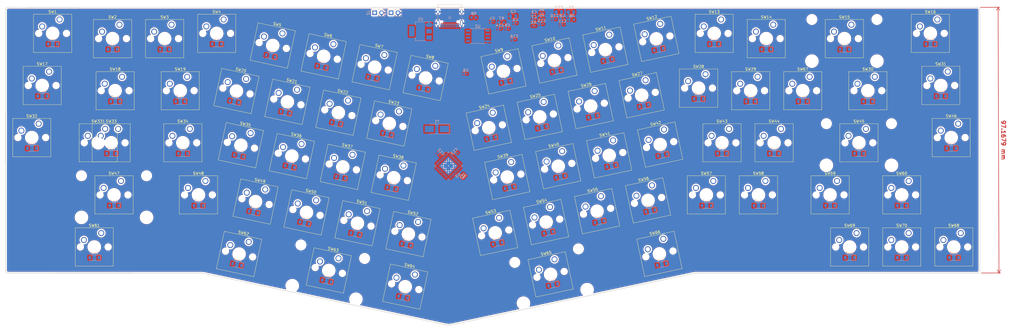
<source format=kicad_pcb>
(kicad_pcb (version 20211014) (generator pcbnew)
  (layers (0 "F.Cu" signal) (31 "B.Cu" signal) (34 "B.Paste" user) (35 "F.Paste" user) (36 "B.SilkS" user "B.Silkscreen") (37 "F.SilkS" user "F.Silkscreen") (38 "B.Mask" user) (39 "F.Mask" user) (44 "Edge.Cuts" user))
  (net 0 "")
  (net 1 "row0")
  (net 2 "Net-(D1-Pad2)")
  (net 3 "Net-(D2-Pad2)")
  (net 4 "Net-(D3-Pad2)")
  (net 5 "Net-(D4-Pad2)")
  (net 6 "Net-(D5-Pad2)")
  (net 7 "Net-(D6-Pad2)")
  (net 8 "Net-(D7-Pad2)")
  (net 9 "Net-(D8-Pad2)")
  (net 10 "Net-(D9-Pad2)")
  (net 11 "Net-(D10-Pad2)")
  (net 12 "Net-(D11-Pad2)")
  (net 13 "Net-(D12-Pad2)")
  (net 14 "Net-(D13-Pad2)")
  (net 15 "Net-(D14-Pad2)")
  (net 16 "Net-(D15-Pad2)")
  (net 17 "Net-(D16-Pad2)")
  (net 18 "row1")
  (net 19 "Net-(D17-Pad2)")
  (net 20 "Net-(D18-Pad2)")
  (net 21 "Net-(D19-Pad2)")
  (net 22 "Net-(D20-Pad2)")
  (net 23 "Net-(D21-Pad2)")
  (net 24 "Net-(D22-Pad2)")
  (net 25 "Net-(D23-Pad2)")
  (net 26 "Net-(D24-Pad2)")
  (net 27 "Net-(D25-Pad2)")
  (net 28 "Net-(D26-Pad2)")
  (net 29 "Net-(D27-Pad2)")
  (net 30 "Net-(D28-Pad2)")
  (net 31 "Net-(D29-Pad2)")
  (net 32 "Net-(D30-Pad2)")
  (net 33 "Net-(D31-Pad2)")
  (net 34 "row2")
  (net 35 "Net-(D32-Pad2)")
  (net 36 "Net-(D33-Pad2)")
  (net 37 "Net-(D34-Pad2)")
  (net 38 "Net-(D35-Pad2)")
  (net 39 "Net-(D36-Pad2)")
  (net 40 "Net-(D37-Pad2)")
  (net 41 "Net-(D38-Pad2)")
  (net 42 "Net-(D39-Pad2)")
  (net 43 "Net-(D40-Pad2)")
  (net 44 "Net-(D41-Pad2)")
  (net 45 "Net-(D42-Pad2)")
  (net 46 "Net-(D43-Pad2)")
  (net 47 "Net-(D44-Pad2)")
  (net 48 "Net-(D45-Pad2)")
  (net 49 "Net-(D46-Pad2)")
  (net 50 "row3")
  (net 51 "Net-(D47-Pad2)")
  (net 52 "Net-(D48-Pad2)")
  (net 53 "Net-(D49-Pad2)")
  (net 54 "Net-(D50-Pad2)")
  (net 55 "Net-(D51-Pad2)")
  (net 56 "Net-(D52-Pad2)")
  (net 57 "Net-(D53-Pad2)")
  (net 58 "Net-(D54-Pad2)")
  (net 59 "Net-(D55-Pad2)")
  (net 60 "Net-(D56-Pad2)")
  (net 61 "Net-(D57-Pad2)")
  (net 62 "Net-(D58-Pad2)")
  (net 63 "Net-(D59-Pad2)")
  (net 64 "Net-(D60-Pad2)")
  (net 65 "row4")
  (net 66 "Net-(D61-Pad2)")
  (net 67 "Net-(D62-Pad2)")
  (net 68 "Net-(D63-Pad2)")
  (net 69 "Net-(D64-Pad2)")
  (net 70 "Net-(D65-Pad2)")
  (net 71 "Net-(D66-Pad2)")
  (net 72 "Net-(D67-Pad2)")
  (net 73 "Net-(D68-Pad2)")
  (net 74 "Net-(D69-Pad2)")
  (net 75 "Net-(D70-Pad2)")
  (net 76 "col0")
  (net 77 "col1")
  (net 78 "col2")
  (net 79 "col3")
  (net 80 "col4")
  (net 81 "col5")
  (net 82 "col6")
  (net 83 "col7")
  (net 84 "col8")
  (net 85 "col9")
  (net 86 "col10")
  (net 87 "col11")
  (net 88 "col12")
  (net 89 "col13")
  (net 90 "col14")
  (net 91 "col15")
  (net 92 "VBUS")
  (net 93 "GND")
  (net 94 "+3V3")
  (net 95 "+1V1")
  (net 96 "/XIN")
  (net 97 "Net-(C16-Pad1)")
  (net 98 "/USB_D+")
  (net 99 "/USB_D-")
  (net 100 "/~{USB_BOOT}")
  (net 101 "Net-(R1-Pad2)")
  (net 102 "Net-(R2-Pad2)")
  (net 103 "/QSPI_SS")
  (net 104 "/XOUT")
  (net 105 "/QSPI_SD1")
  (net 106 "/QSPI_SD2")
  (net 107 "/QSPI_SD0")
  (net 108 "/QSPI_SCLK")
  (net 109 "/QSPI_SD3")
  (net 110 "/SWCLK")
  (net 111 "/SWD")
  (net 112 "/RUN")
  (net 122 "Net-(J1-PadA5)")
  (net 123 "Net-(J1-PadB5)")
  (footprint "Button_Switch_Keyboard:SW_Cherry_MX_1.00u_PCB" (layer "F.Cu") (at 312.048764 108.412406)
    (fp_text reference "SW29" (at -2.54 -2.794) (layer "F.SilkS"))
    (fp_text value "SW_Push")
    (pad "" np_thru_hole circle (at -7.62 5.08) (size 1.7 1.7) (drill 1.7) (layers *.Cu *.Mask))
    (pad "" np_thru_hole circle (at -2.54 5.08) (size 4 4) (drill 4) (layers *.Cu *.Mask))
    (pad "" np_thru_hole circle (at 2.54 5.08) (size 1.7 1.7) (drill 1.7) (layers *.Cu *.Mask))
    (pad "1" thru_hole circle (at 0 0) (size 2.2 2.2) (drill 1.5) (layers *.Cu *.Mask) (net 89 "col13"))
    (pad "2" thru_hole circle (at -6.35 2.54) (size 2.2 2.2) (drill 1.5) (layers *.Cu *.Mask) (net 31 "Net-(D29-Pad2)"))
  )
  (footprint "Button_Switch_Keyboard:SW_Cherry_MX_1.00u_PCB" (layer "F.Cu") (at 104.403764 127.462406)
    (fp_text reference "SW34" (at -2.54 -2.794) (layer "F.SilkS"))
    (fp_text value "SW_Push")
    (pad "" np_thru_hole circle (at -7.62 5.08) (size 1.7 1.7) (drill 1.7) (layers *.Cu *.Mask))
    (pad "" np_thru_hole circle (at 2.54 5.08) (size 1.7 1.7) (drill 1.7) (layers *.Cu *.Mask))
    (pad "" np_thru_hole circle (at -2.54 5.08) (size 4 4) (drill 4) (layers *.Cu *.Mask))
    (pad "1" thru_hole circle (at 0 0) (size 2.2 2.2) (drill 1.5) (layers *.Cu *.Mask) (net 78 "col2"))
    (pad "2" thru_hole circle (at -6.35 2.54) (size 2.2 2.2) (drill 1.5) (layers *.Cu *.Mask) (net 37 "Net-(D34-Pad2)"))
  )
  (footprint "Button_Switch_Keyboard:SW_Cherry_MX_1.00u_PCB" (layer "F.Cu") (at 215.182463 121.538114 12)
    (fp_text reference "SW24" (at -2.54 -2.794 12) (layer "F.SilkS"))
    (fp_text value "SW_Push")
    (pad "" np_thru_hole circle (at -2.54 5.08 12) (size 4 4) (drill 4) (layers *.Cu *.Mask))
    (pad "" np_thru_hole circle (at -7.62 5.08 12) (size 1.7 1.7) (drill 1.7) (layers *.Cu *.Mask))
    (pad "" np_thru_hole circle (at 2.54 5.08 12) (size 1.7 1.7) (drill 1.7) (layers *.Cu *.Mask))
    (pad "1" thru_hole circle (at 0 0 12) (size 2.2 2.2) (drill 1.5) (layers *.Cu *.Mask) (net 84 "col8"))
    (pad "2" thru_hole circle (at -6.35 2.54 12) (size 2.2 2.2) (drill 1.5) (layers *.Cu *.Mask) (net 26 "Net-(D24-Pad2)"))
  )
  (footprint "Button_Switch_Keyboard:SW_Cherry_MX_1.00u_PCB" (layer "F.Cu") (at 97.736264 89.362405)
    (fp_text reference "SW3" (at -2.54 -2.794) (layer "F.SilkS"))
    (fp_text value "SW_Push")
    (pad "" np_thru_hole circle (at 2.54 5.08) (size 1.7 1.7) (drill 1.7) (layers *.Cu *.Mask))
    (pad "" np_thru_hole circle (at -2.54 5.08) (size 4 4) (drill 4) (layers *.Cu *.Mask))
    (pad "" np_thru_hole circle (at -7.62 5.08) (size 1.7 1.7) (drill 1.7) (layers *.Cu *.Mask))
    (pad "1" thru_hole circle (at 0 0) (size 2.2 2.2) (drill 1.5) (layers *.Cu *.Mask) (net 78 "col2"))
    (pad "2" thru_hole circle (at -6.35 2.54) (size 2.2 2.2) (drill 1.5) (layers *.Cu *.Mask) (net 4 "Net-(D3-Pad2)"))
  )
  (footprint "Button_Switch_Keyboard:SW_Cherry_MX_1.50u_PCB" (layer "F.Cu") (at 79.639264 108.412406)
    (fp_text reference "SW18" (at -2.54 -2.794) (layer "F.SilkS"))
    (fp_text value "SW_Push")
    (pad "" np_thru_hole circle (at -2.54 5.08) (size 4 4) (drill 4) (layers *.Cu *.Mask))
    (pad "" np_thru_hole circle (at 2.54 5.08) (size 1.7 1.7) (drill 1.7) (layers *.Cu *.Mask))
    (pad "" np_thru_hole circle (at -7.62 5.08) (size 1.7 1.7) (drill 1.7) (layers *.Cu *.Mask))
    (pad "1" thru_hole circle (at 0 0) (size 2.2 2.2) (drill 1.5) (layers *.Cu *.Mask) (net 77 "col1"))
    (pad "2" thru_hole circle (at -6.35 2.54) (size 2.2 2.2) (drill 1.5) (layers *.Cu *.Mask) (net 20 "Net-(D18-Pad2)"))
  )
  (footprint "Button_Switch_Keyboard:SW_Cherry_MX_1.50u_PCB" (layer "F.Cu") (at 125.968331 168.786095 -12)
    (fp_text reference "SW62" (at -2.54 -2.794 -12) (layer "F.SilkS"))
    (fp_text value "SW_Push")
    (pad "" np_thru_hole circle (at -7.62 5.08 348) (size 1.7 1.7) (drill 1.7) (layers *.Cu *.Mask))
    (pad "" np_thru_hole circle (at -2.54 5.08 348) (size 4 4) (drill 4) (layers *.Cu *.Mask))
    (pad "" np_thru_hole circle (at 2.54 5.08 348) (size 1.7 1.7) (drill 1.7) (layers *.Cu *.Mask))
    (pad "1" thru_hole circle (at 0 0 348) (size 2.2 2.2) (drill 1.5) (layers *.Cu *.Mask) (net 79 "col3"))
    (pad "2" thru_hole circle (at -6.35 2.54 348) (size 2.2 2.2) (drill 1.5) (layers *.Cu *.Mask) (net 67 "Net-(D62-Pad2)"))
  )
  (footprint "Button_Switch_Keyboard:SW_Cherry_MX_1.00u_PCB" (layer "F.Cu") (at 377.771264 87.457406)
    (fp_text reference "SW16" (at -2.54 -2.794) (layer "F.SilkS"))
    (fp_text value "SW_Push")
    (pad "" np_thru_hole circle (at -7.62 5.08) (size 1.7 1.7) (drill 1.7) (layers *.Cu *.Mask))
    (pad "" np_thru_hole circle (at 2.54 5.08) (size 1.7 1.7) (drill 1.7) (layers *.Cu *.Mask))
    (pad "" np_thru_hole circle (at -2.54 5.08) (size 4 4) (drill 4) (layers *.Cu *.Mask))
    (pad "1" thru_hole circle (at 0 0) (size 2.2 2.2) (drill 1.5) (layers *.Cu *.Mask) (net 91 "col15"))
    (pad "2" thru_hole circle (at -6.35 2.54) (size 2.2 2.2) (drill 1.5) (layers *.Cu *.Mask) (net 17 "Net-(D16-Pad2)"))
  )
  (footprint "Button_Switch_Keyboard:SW_Cherry_MX_1.00u_PCB" (layer "F.Cu") (at 348.243764 165.562406)
    (fp_text reference "SW69" (at -2.54 -2.794) (layer "F.SilkS"))
    (fp_text value "SW_Push")
    (pad "" np_thru_hole circle (at 2.54 5.08) (size 1.7 1.7) (drill 1.7) (layers *.Cu *.Mask))
    (pad "" np_thru_hole circle (at -2.54 5.08) (size 4 4) (drill 4) (layers *.Cu *.Mask))
    (pad "" np_thru_hole circle (at -7.62 5.08) (size 1.7 1.7) (drill 1.7) (layers *.Cu *.Mask))
    (pad "1" thru_hole circle (at 0 0) (size 2.2 2.2) (drill 1.5) (layers *.Cu *.Mask) (net 90 "col14"))
    (pad "2" thru_hole circle (at -6.35 2.54) (size 2.2 2.2) (drill 1.5) (layers *.Cu *.Mask) (net 74 "Net-(D69-Pad2)"))
  )
  (footprint "Button_Switch_Keyboard:SW_Cherry_MX_1.00u_PCB" (layer "F.Cu") (at 236.147497 156.033035 12)
    (fp_text reference "SW54" (at -2.54 -2.794 12) (layer "F.SilkS"))
    (fp_text value "SW_Push")
    (pad "" np_thru_hole circle (at -7.62 5.08 12) (size 1.7 1.7) (drill 1.7) (layers *.Cu *.Mask))
    (pad "" np_thru_hole circle (at -2.54 5.08 12) (size 4 4) (drill 4) (layers *.Cu *.Mask))
    (pad "" np_thru_hole circle (at 2.54 5.08 12) (size 1.7 1.7) (drill 1.7) (layers *.Cu *.Mask))
    (pad "1" thru_hole circle (at 0 0 12) (size 2.2 2.2) (drill 1.5) (layers *.Cu *.Mask) (net 85 "col9"))
    (pad "2" thru_hole circle (at -6.35 2.54 12) (size 2.2 2.2) (drill 1.5) (layers *.Cu *.Mask) (net 58 "Net-(D54-Pad2)"))
  )
  (footprint "Button_Switch_Keyboard:SW_Cherry_MX_1.00u_PCB" (layer "F.Cu") (at 385.391264 125.557406)
    (fp_text reference "SW46" (at -2.54 -2.794) (layer "F.SilkS"))
    (fp_text value "SW_Push")
    (pad "" np_thru_hole circle (at -7.62 5.08) (size 1.7 1.7) (drill 1.7) (layers *.Cu *.Mask))
    (pad "" np_thru_hole circle (at 2.54 5.08) (size 1.7 1.7) (drill 1.7) (layers *.Cu *.Mask))
    (pad "" np_thru_hole circle (at -2.54 5.08) (size 4 4) (drill 4) (layers *.Cu *.Mask))
    (pad "1" thru_hole circle (at 0 0) (size 2.2 2.2) (drill 1.5) (layers *.Cu *.Mask) (net 91 "col15"))
    (pad "2" thru_hole circle (at -6.35 2.54) (size 2.2 2.2) (drill 1.5) (layers *.Cu *.Mask) (net 49 "Net-(D46-Pad2)"))
  )
  (footprint "Button_Switch_Keyboard:SW_Cherry_MX_1.00u_PCB" (layer "F.Cu") (at 367.293764 165.562406)
    (fp_text reference "SW70" (at -2.54 -2.794) (layer "F.SilkS"))
    (fp_text value "SW_Push")
    (pad "" np_thru_hole circle (at -7.62 5.08) (size 1.7 1.7) (drill 1.7) (layers *.Cu *.Mask))
    (pad "" np_thru_hole circle (at 2.54 5.08) (size 1.7 1.7) (drill 1.7) (layers *.Cu *.Mask))
    (pad "" np_thru_hole circle (at -2.54 5.08) (size 4 4) (drill 4) (layers *.Cu *.Mask))
    (pad "1" thru_hole circle (at 0 0) (size 2.2 2.2) (drill 1.5) (layers *.Cu *.Mask) (net 91 "col15"))
    (pad "2" thru_hole circle (at -6.35 2.54) (size 2.2 2.2) (drill 1.5) (layers *.Cu *.Mask) (net 75 "Net-(D70-Pad2)"))
  )
  (footprint "Button_Switch_Keyboard:SW_Cherry_MX_2.00u_PCB" (layer "F.Cu") (at 158.774873 174.785561 -12)
    (fp_text reference "SW63" (at -2.54 -2.794 -12) (layer "F.SilkS"))
    (fp_text value "SW_Push")
    (pad "" np_thru_hole circle (at -14.44 -1.92 348) (size 3.05 3.05) (drill 3.05) (layers *.Cu *.Mask))
    (pad "" np_thru_hole circle (at 9.36 -1.92 348) (size 3.05 3.05) (drill 3.05) (layers *.Cu *.Mask))
    (pad "" np_thru_hole circle (at -2.54 5.08 348) (size 4 4) (drill 4) (layers *.Cu *.Mask))
    (pad "" np_thru_hole circle (at 9.36 13.32 348) (size 4 4) (drill 4) (layers *.Cu *.Mask))
    (pad "" np_thru_hole circle (at -7.62 5.08 348) (size 1.7 1.7) (drill 1.7) (layers *.Cu *.Mask))
    (pad "" np_thru_hole circle (at 2.54 5.08 348) (size 1.7 1.7) (drill 1.7) (layers *.Cu *.Mask))
    (pad "" np_thru_hole circle (at -14.44 13.32 348) (size 4 4) (drill 4) (layers *.Cu *.Mask))
    (pad "1" thru_hole circle (at 0 0 348) (size 2.2 2.2) (drill 1.5) (layers *.Cu *.Mask) (net 80 "col4"))
    (pad "2" thru_hole circle (at -6.35 2.54 348) (size 2.2 2.2) (drill 1.5) (layers *.Cu *.Mask) (net 68 "Net-(D63-Pad2)"))
  )
  (footprint "Button_Switch_Keyboard:SW_Cherry_MX_1.00u_PCB" (layer "F.Cu") (at 187.891102 161.498819 -12)
    (fp_text reference "SW52" (at -2.54 -2.794 -12) (layer "F.SilkS"))
    (fp_text value "SW_Push")
    (pad "" np_thru_hole circle (at -2.54 5.08 348) (size 4 4) (drill 4) (layers *.Cu *.Mask))
    (pad "" np_thru_hole circle (at -7.62 5.08 348) (size 1.7 1.7) (drill 1.7) (layers *.Cu *.Mask))
    (pad "" np_thru_hole circle (at 2.54 5.08 348) (size 1.7 1.7) (drill 1.7) (layers *.Cu *.Mask))
    (pad "1" thru_hole circle (at 0 0 348) (size 2.2 2.2) (drill 1.5) (layers *.Cu *.Mask) (net 82 "col6"))
    (pad "2" thru_hole circle (at -6.35 2.54 348) (size 2.2 2.2) (drill 1.5) (layers *.Cu *.Mask) (net 56 "Net-(D52-Pad2)"))
  )
  (footprint "Button_Switch_Keyboard:SW_Cherry_MX_1.00u_PCB" (layer "F.Cu") (at 49.158764 125.557406)
    (fp_text reference "SW32" (at -2.54 -2.794) (layer "F.SilkS"))
    (fp_text value "SW_Push")
    (pad "" np_thru_hole circle (at -7.62 5.08) (size 1.7 1.7) (drill 1.7) (layers *.Cu *.Mask))
    (pad "" np_thru_hole circle (at 2.54 5.08) (size 1.7 1.7) (drill 1.7) (layers *.Cu *.Mask))
    (pad "" np_thru_hole circle (at -2.54 5.08) (size 4 4) (drill 4) (layers *.Cu *.Mask))
    (pad "1" thru_hole circle (at 0 0) (size 2.2 2.2) (drill 1.5) (layers *.Cu *.Mask) (net 76 "col0"))
    (pad "2" thru_hole circle (at -6.35 2.54) (size 2.2 2.2) (drill 1.5) (layers *.Cu *.Mask) (net 35 "Net-(D32-Pad2)"))
  )
  (footprint "Button_Switch_Keyboard:SW_Cherry_MX_1.00u_PCB" (layer "F.Cu") (at 239.172313 96.963325 12)
    (fp_text reference "SW10" (at -2.54 -2.794 12) (layer "F.SilkS"))
    (fp_text value "SW_Push")
    (pad "" np_thru_hole circle (at -7.62 5.08 12) (size 1.7 1.7) (drill 1.7) (layers *.Cu *.Mask))
    (pad "" np_thru_hole circle (at -2.54 5.08 12) (size 4 4) (drill 4) (layers *.Cu *.Mask))
    (pad "" np_thru_hole circle (at 2.54 5.08 12) (size 1.7 1.7) (drill 1.7) (layers *.Cu *.Mask))
    (pad "1" thru_hole circle (at 0 0 12) (size 2.2 2.2) (drill 1.5) (layers *.Cu *.Mask) (net 85 "col9"))
    (pad "2" thru_hole circle (at -6.35 2.54 12) (size 2.2 2.2) (drill 1.5) (layers *.Cu *.Mask) (net 11 "Net-(D10-Pad2)"))
  )
  (footprint "Button_Switch_Keyboard:SW_Cherry_MX_1.00u_PCB" (layer "F.Cu") (at 150.623678 153.577383 -12)
    (fp_text reference "SW50" (at -2.54 -2.794 -12) (layer "F.SilkS"))
    (fp_text value "SW_Push")
    (pad "" np_thru_hole circle (at -2.54 5.08 348) (size 4 4) (drill 4) (layers *.Cu *.Mask))
    (pad "" np_thru_hole circle (at 2.54 5.08 348) (size 1.7 1.7) (drill 1.7) (layers *.Cu *.Mask))
    (pad "" np_thru_hole circle (at -7.62 5.08 348) (size 1.7 1.7) (drill 1.7) (layers *.Cu *.Mask))
    (pad "1" thru_hole circle (at 0 0 348) (size 2.2 2.2) (drill 1.5) (layers *.Cu *.Mask) (net 80 "col4"))
    (pad "2" thru_hole circle (at -6.35 2.54 348) (size 2.2 2.2) (drill 1.5) (layers *.Cu *.Mask) (net 54 "Net-(D50-Pad2)"))
  )
  (footprint "Button_Switch_Keyboard:SW_Cherry_MX_1.00u_PCB" (layer "F.Cu") (at 186.725441 180.726638 -12)
    (fp_text reference "SW64" (at -2.54 -2.794 -12) (layer "F.SilkS"))
    (fp_text value "SW_Push")
    (pad "" np_thru_hole circle (at 2.54 5.08 348) (size 1.7 1.7) (drill 1.7) (layers *.Cu *.Mask))
    (pad "" np_thru_hole circle (at -2.54 5.08 348) (size 4 4) (drill 4) (layers *.Cu *.Mask))
    (pad "" np_thru_hole circle (at -7.62 5.08 348) (size 1.7 1.7) (drill 1.7) (layers *.Cu *.Mask))
    (pad "1" thru_hole circle (at 0 0 348) (size 2.2 2.2) (drill 1.5) (layers *.Cu *.Mask) (net 82 "col6"))
    (pad "2" thru_hole circle (at -6.35 2.54 348) (size 2.2 2.2) (drill 1.5) (layers *.Cu *.Mask) (net 69 "Net-(D64-Pad2)"))
  )
  (footprint "Button_Switch_Keyboard:SW_Cherry_MX_1.00u_PCB" (layer "F.Cu") (at 126.633828 129.002595 -12)
    (fp_text reference "SW35" (at -2.54 -2.794 -12) (layer "F.SilkS"))
    (fp_text value "SW_Push")
    (pad "" np_thru_hole circle (at 2.54 5.08 348) (size 1.7 1.7) (drill 1.7) (layers *.Cu *.Mask))
    (pad "" np_thru_hole circle (at -2.54 5.08 348) (size 4 4) (drill 4) (layers *.Cu *.Mask))
    (pad "" np_thru_hole circle (at -7.62 5.08 348) (size 1.7 1.7) (drill 1.7) (layers *.Cu *.Mask))
    (pad "1" thru_hole circle (at 0 0 348) (size 2.2 2.2) (drill 1.5) (layers *.Cu *.Mask) (net 79 "col3"))
    (pad "2" thru_hole circle (at -6.35 2.54 348) (size 2.2 2.2) (drill 1.5) (layers *.Cu *.Mask) (net 38 "Net-(D35-Pad2)"))
  )
  (footprint "Button_Switch_Keyboard:SW_Cherry_MX_1.00u_PCB" (layer "F.Cu") (at 221.938238 139.577718 12)
    (fp_text reference "SW39" (at -2.54 -2.794 12) (layer "F.SilkS"))
    (fp_text value "SW_Push")
    (pad "" np_thru_hole circle (at -7.62 5.08 12) (size 1.7 1.7) (drill 1.7) (layers *.Cu *.Mask))
    (pad "" np_thru_hole circle (at 2.54 5.08 12) (size 1.7 1.7) (drill 1.7) (layers *.Cu *.Mask))
    (pad "" np_thru_hole circle (at -2.54 5.08 12) (size 4 4) (drill 4) (layers *.Cu *.Mask))
    (pad "1" thru_hole circle (at 0 0 12) (size 2.2 2.2) (drill 1.5) (layers *.Cu *.Mask) (net 84 "col8"))
    (pad "2" thru_hole circle (at -6.35 2.54 12) (size 2.2 2.2) (drill 1.5) (layers *.Cu *.Mask) (net 42 "Net-(D39-Pad2)"))
  )
  (footprint "Button_Switch_Keyboard:SW_Cherry_MX_1.00u_PCB" (layer "F.Cu") (at 298.713764 87.457406)
    (fp_text reference "SW13" (at -2.54 -2.794) (layer "F.SilkS"))
    (fp_text value "SW_Push")
    (pad "" np_thru_hole circle (at -2.54 5.08) (size 4 4) (drill 4) (layers *.Cu *.Mask))
    (pad "" np_thru_hole circle (at 2.54 5.08) (size 1.7 1.7) (drill 1.7) (layers *.Cu *.Mask))
    (pad "" np_thru_hole circle (at -7.62 5.08) (size 1.7 1.7) (drill 1.7) (layers *.Cu *.Mask))
    (pad "1" thru_hole circle (at 0 0) (size 2.2 2.2) (drill 1.5) (layers *.Cu *.Mask) (net 88 "col12"))
    (pad "2" thru_hole circle (at -6.35 2.54) (size 2.2 2.2) (drill 1.5) (layers *.Cu *.Mask) (net 14 "Net-(D13-Pad2)"))
  )
  (footprint "Button_Switch_Keyboard:SW_Cherry_MX_1.00u_PCB" (layer "F.Cu") (at 103.451264 108.412406)
    (fp_text reference "SW19" (at -2.54 -2.794) (layer "F.SilkS"))
    (fp_text value "SW_Push")
    (pad "" np_thru_hole circle (at 2.54 5.08) (size 1.7 1.7) (drill 1.7) (layers *.Cu *.Mask))
    (pad "" np_thru_hole circle (at -7.62 5.08) (size 1.7 1.7) (drill 1.7) (layers *.Cu *.Mask))
    (pad "" np_thru_hole circle (at -2.54 5.08) (size 4 4) (drill 4) (layers *.Cu *.Mask))
    (pad "1" thru_hole circle (at 0 0) (size 2.2 2.2) (drill 1.5) (layers *.Cu *.Mask) (net 78 "col2"))
    (pad "2" thru_hole circle (at -6.35 2.54) (size 2.2 2.2) (drill 1.5) (layers *.Cu *.Mask) (net 21 "Net-(D19-Pad2)"))
  )
  (footprint "Button_Switch_Keyboard:SW_Cherry_MX_1.00u_PCB" (layer "F.Cu") (at 276.439737 89.04189 12)
    (fp_text reference "SW12" (at -2.54 -2.794 12) (layer "F.SilkS"))
    (fp_text value "SW_Push")
    (pad "" np_thru_hole circle (at 2.54 5.08 12) (size 1.7 1.7) (drill 1.7) (layers *.Cu *.Mask))
    (pad "" np_thru_hole circle (at -2.54 5.08 12) (size 4 4) (drill 4) (layers *.Cu *.Mask))
    (pad "" np_thru_hole circle (at -7.62 5.08 12) (size 1.7 1.7) (drill 1.7) (layers *.Cu *.Mask))
    (pad "1" thru_hole circle (at 0 0 12) (size 2.2 2.2) (drill 1.5) (layers *.Cu *.Mask) (net 87 "col11"))
    (pad "2" thru_hole circle (at -6.35 2.54 12) (size 2.2 2.2) (drill 1.5) (layers *.Cu *.Mask) (net 13 "Net-(D12-Pad2)"))
  )
  (footprint "Button_Switch_Keyboard:SW_Cherry_MX_1.00u_PCB" (layer "F.Cu") (at 110.118764 146.512406)
    (fp_text reference "SW48" (at -2.54 -2.794) (layer "F.SilkS"))
    (fp_text value "SW_Push")
    (pad "" np_thru_hole circle (at -2.54 5.08) (size 4 4) (drill 4) (layers *.Cu *.Mask))
    (pad "" np_thru_hole circle (at -7.62 5.08) (size 1.7 1.7) (drill 1.7) (layers *.Cu *.Mask))
    (pad "" np_thru_hole circle (at 2.54 5.08) (size 1.7 1.7) (drill 1.7) (layers *.Cu *.Mask))
    (pad "1" thru_hole circle (at 0 0) (size 2.2 2.2) (drill 1.5) (layers *.Cu *.Mask) (net 78 "col2"))
    (pad "2" thru_hole circle (at -6.35 2.54) (size 2.2 2.2) (drill 1.5) (layers *.Cu *.Mask) (net 52 "Net-(D48-Pad2)"))
  )
  (footprint "Button_Switch_Keyboard:SW_Cherry_MX_1.50u_PCB" (layer "F.Cu") (at 354.911764 108.412406)
    (fp_text reference "SW30" (at -2.54 -2.794) (layer "F.SilkS"))
    (fp_text value "SW_Push")
    (pad "" np_thru_hole circle (at 2.54 5.08) (size 1.7 1.7) (drill 1.7) (layers *.Cu *.Mask))
    (pad "" np_thru_hole circle (at -7.62 5.08) (size 1.7 1.7) (drill 1.7) (layers *.Cu *.Mask))
    (pad "" np_thru_hole circle (at -2.54 5.08) (size 4 4) (drill 4) (layers *.Cu *.Mask))
    (pad "1" thru_hole circle (at 0 0) (size 2.2 2.2) (drill 1.5) (layers *.Cu *.Mask) (net 90 "col14"))
    (pad "2" thru_hole circle (at -6.35 2.54) (size 2.2 2.2) (drill 1.5) (layers *.Cu *.Mask) (net 32 "Net-(D30-Pad2)"))
  )
  (footprint "Button_Switch_Keyboard:SW_Cherry_MX_2.25u_PCB" (layer "F.Cu") (at 79.236864 146.512406)
    (fp_text reference "SW47" (at -2.54 -2.794) (layer "F.SilkS"))
    (fp_text value "SW_Push")
    (pad "" np_thru_hole circle (at 9.36 13.32) (size 4 4) (drill 4) (layers *.Cu *.Mask))
    (pad "" np_thru_hole circle (at -7.62 5.08) (size 1.7 1.7) (drill 1.7) (layers *.Cu *.Mask))
    (pad "" np_thru_hole circle (at -14.44 13.32) (size 4 4) (drill 4) (layers *.Cu *.Mask))
    (pad "" np_thru_hole circle (at -14.44 -1.92) (size 3.05 3.05) (drill 3.05) (layers *.Cu *.Mask))
    (pad "" np_thru_hole circle (at 2.54 5.08) (size 1.7 1.7) (drill 1.7) (layers *.Cu *.Mask))
    (pad "" np_thru_hole circle (at -2.54 5.08) (size 4 4) (drill 4) (layers *.Cu *.Mask))
    (pad "" np_thru_hole circle (at 9.36 -1.92) (size 3.05 3.05) (drill 3.05) (layers *.Cu *.Mask))
    (pad "1" thru_hole circle (at 0 0) (size 2.2 2.2) (drill 1.5) (layers *.Cu *.Mask) (net 77 "col1"))
    (pad "2" thru_hole circle (at -6.35 2.54) (size 2.2 2.2) (drill 1.5) (layers *.Cu *.Mask) (net 51 "Net-(D47-Pad2)"))
  )
  (footprint "Button_Switch_Keyboard:SW_Cherry_MX_1.00u_PCB" (layer "F.Cu") (at 317.763764 89.362405)
    (fp_text reference "SW14" (at -2.54 -2.794) (layer "F.SilkS"))
    (fp_text value "SW_Push")
    (pad "" np_thru_hole circle (at -7.62 5.08) (size 1.7 1.7) (drill 1.7) (layers *.Cu *.Mask))
    (pad "" np_thru_hole circle (at 2.54 5.08) (size 1.7 1.7) (drill 1.7) (layers *.Cu *.Mask))
    (pad "" np_thru_hole circle (at -2.54 5.08) (size 4 4) (drill 4) (layers *.Cu *.Mask))
    (pad "1" thru_hole circle (at 0 0) (size 2.2 2.2) (drill 1.5) (layers *.Cu *.Mask) (net 89 "col13"))
    (pad "2" thru_hole circle (at -6.35 2.54) (size 2.2 2.2) (drill 1.5) (layers *.Cu *.Mask) (net 15 "Net-(D14-Pad2)"))
  )
  (footprint "Button_Switch_Keyboard:SW_Cherry_MX_1.00u_PCB" (layer "F.Cu") (at 320.621264 127.462406)
    (fp_text reference "SW44" (at -2.54 -2.794) (layer "F.SilkS"))
    (fp_text value "SW_Push")
    (pad "" np_thru_hole circle (at -2.54 5.08) (size 4 4) (drill 4) (layers *.Cu *.Mask))
    (pad "" np_thru_hole circle (at -7.62 5.08) (size 1.7 1.7) (drill 1.7) (layers *.Cu *.Mask))
    (pad "" np_thru_hole circle (at 2.54 5.08) (size 1.7 1.7) (drill 1.7) (layers *.Cu *.Mask))
    (pad "1" thru_hole circle (at 0 0) (size 2.2 2.2) (drill 1.5) (layers *.Cu *.Mask) (net 89 "col13"))
    (pad "2" thru_hole circle (at -6.35 2.54) (size 2.2 2.2) (drill 1.5) (layers *.Cu *.Mask) (net 47 "Net-(D44-Pad2)"))
  )
  (footprint "Button_Switch_Keyboard:SW_Cherry_MX_1.00u_PCB" (layer "F.Cu") (at 273.41492 148.111599 12)
    (fp_text reference "SW56" (at -2.54 -2.794 12) (layer "F.SilkS"))
    (fp_text value "SW_Push")
    (pad "" np_thru_hole circle (at -2.54 5.08 12) (size 4 4) (drill 4) (layers *.Cu *.Mask))
    (pad "" np_thru_hole circle (at -7.62 5.08 12) (size 1.7 1.7) (drill 1.7) (layers *.Cu *.Mask))
    (pad "" np_thru_hole circle (at 2.54 5.08 12) (size 1.7 1.7) (drill 1.7) (layers *.Cu *.Mask))
    (pad "1" thru_hole circle (at 0 0 12) (size 2.2 2.2) (drill 1.5) (layers *.Cu *.Mask) (net 87 "col11"))
    (pad "2" thru_hole circle (at -6.35 2.54 12) (size 2.2 2.2) (drill 1.5) (layers *.Cu *.Mask) (net 60 "Net-(D56-Pad2)"))
  )
  (footprint "Button_Switch_Keyboard:SW_Cherry_MX_1.00u_PCB" (layer "F.Cu") (at 56.778764 87.457406)
    (fp_text reference "SW1" (at -2.54 -2.794) (layer "F.SilkS"))
    (fp_text value "SW_Push")
    (pad "" np_thru_hole circle (at -7.62 5.08) (size 1.7 1.7) (drill 1.7) (layers *.Cu *.Mask))
    (pad "" np_thru_hole circle (at -2.54 5.08) (size 4 4) (drill 4) (layers *.Cu *.Mask))
    (pad "" np_thru_hole circle (at 2.54 5.08) (size 1.7 1.7) (drill 1.7) (layers *.Cu *.Mask))
    (pad "1" thru_hole circle (at 0 0) (size 2.2 2.2) (drill 1.5) (layers *.Cu *.Mask) (net 76 "col0"))
    (pad "2" thru_hole circle (at -6.35 2.54) (size 2.2 2.2) (drill 1.5) (layers *.Cu *.Mask) (net 2 "Net-(D1-Pad2)"))
  )
  (footprint "Button_Switch_Keyboard:SW_Cherry_MX_1.00u_PCB" (layer "F.Cu") (at 331.098764 108.412406)
    (fp_text reference "SW67" (at -2.54 -2.794) (layer "F.SilkS"))
    (fp_text value "SW_Push")
    (pad "" np_thru_hole circle (at -2.54 5.08) (size 4 4) (drill 4) (layers *.Cu *.Mask))
    (pad "" np_thru_hole circle (at -7.62 5.08) (size 1.7 1.7) (drill 1.7) (layers *.Cu *.Mask))
    (pad "" np_thru_hole circle (at 2.54 5.08) (size 1.7 1.7) (drill 1.7) (layers *.Cu *.Mask))
    (pad "1" thru_hole circle (at 0 0) (size 2.2 2.2) (drill 1.5) (layers *.Cu *.Mask) (net 88 "col12"))
    (pad "2" thru_hole circle (at -6.35 2.54) (size 2.2 2.2) (drill 1.5) (layers *.Cu *.Mask) (net 72 "Net-(D67-Pad2)"))
  )
  (footprint "Button_Switch_Keyboard:SW_Cherry_MX_1.00u_PCB" (layer "F.Cu") (at 301.571263 127.462406)
    (fp_text reference "SW43" (at -2.54 -2.794) (layer "F.SilkS"))
    (fp_text value "SW_Push")
    (pad "" np_thru_hole circle (at -2.54 5.08) (size 4 4) (drill 4) (layers *.Cu *.Mask))
    (pad "" np_thru_hole circle (at 2.54 5.08) (size 1.7 1.7) (drill 1.7) (layers *.Cu *.Mask))
    (pad "" np_thru_hole circle (at -7.62 5.08) (size 1.7 1.7) (drill 1.7) (layers *.Cu *.Mask))
    (pad "1" thru_hole circle (at 0 0) (size 2.2 2.2) (drill 1.5) (layers *.Cu *.Mask) (net 88 "col12"))
    (pad "2" thru_hole circle (at -6.35 2.54) (size 2.2 2.2) (drill 1.5) (layers *.Cu *.Mask) (net 46 "Net-(D43-Pad2)"))
  )
  (footprint "Button_Switch_Keyboard:SW_Cherry_MX_1.50u_PCB" (layer "F.Cu") (at 277.574163 167.676893 12)
    (fp_text reference "SW66" (at -2.54 -2.794 12) (layer "F.SilkS"))
    (fp_text value "SW_Push")
    (pad "" np_thru_hole circle (at -7.62 5.08 12) (size 1.7 1.7) (drill 1.7) (layers *.Cu *.Mask))
    (pad "" np_thru_hole circle (at 2.54 5.08 12) (size 1.7 1.7) (drill 1.7) (layers *.Cu *.Mask))
    (pad "" np_thru_hole circle (at -2.54 5.08 12) (size 4 4) (drill 4) (layers *.Cu *.Mask))
    (pad "1" thru_hole circle (at 0 0 12) (size 2.2 2.2) (drill 1.5) (layers *.Cu *.Mask) (net 87 "col11"))
    (pad "2" thru_hole circle (at -6.35 2.54 12) (size 2.2 2.2) (drill 1.5) (layers *.Cu *.Mask) (net 71 "Net-(D66-Pad2)"))
  )
  (footprint "Button_Switch_Keyboard:SW_Cherry_MX_2.75u_PCB" (layer "F.Cu") (at 237.779245 175.161784 12)
    (fp_text reference "SW65" (at -2.54 -2.794 12) (layer "F.SilkS"))
    (fp_text value "SW_Push")
    (pad "" np_thru_hole circle (at 2.54 5.08 12) (size 1.7 1.7) (drill 1.7) (layers *.Cu *.Mask))
    (pad "" np_thru_hole circle (at -7.62 5.08 12) (size 1.7 1.7) (drill 1.7) (layers *.Cu *.Mask))
    (pad "" np_thru_hole circle (at -2.54 5.08 12) (size 4 4) (drill 4) (layers *.Cu *.Mask))
    (pad "" np_thru_hole circle (at 9.36 -1.92 12) (size 3.05 3.05) (drill 3.05) (layers *.Cu *.Mask))
    (pad "" np_thru_hole circle (at -14.44 -1.92 12) (size 3.05 3.05) (drill 3.05) (layers *.Cu *.Mask))
    (pad "" np_thru_hole circle (at 9.36 13.32 12) (size 4 4) (drill 4) (layers *.Cu *.Mask))
    (pad "" np_thru_hole circle (at -14.44 13.32 12) (size 4 4) (drill 4) (layers *.Cu *.Mask))
    (pad "1" thru_hole circle (at 0 0 12) (size 2.2 2.2) (drill 1.5) (layers *.Cu *.Mask) (net 85 "col9"))
    (pad "2" thru_hole circle (at -6.35 2.54 12) (size 2.2 2.2) (drill 1.5) (layers *.Cu *.Mask) (net 70 "Net-(D65-Pad2)"))
  )
  (footprint "Button_Switch_Keyboard:SW_Cherry_MX_1.00u_PCB" (layer "F.Cu") (at 292.998764 107.459906)
    (fp_text reference "SW28" (at -2.54 -2.794) (layer "F.SilkS"))
    (fp_text value "SW_Push")
    (pad "" np_thru_hole circle (at -7.62 5.08) (size 1.7 1.7) (drill 1.7) (layers *.Cu *.Mask))
    (pad "" np_thru_hole circle (at -2.54 5.08) (size 4 4) (drill 4) (layers *.Cu *.Mask))
    (pad "" np_thru_hole circle (at 2.54 5.08) (size 1.7 1.7) (drill 1.7) (layers *.Cu *.Mask))
    (pad "1" thru_hole circle (at 0 0) (size 2.2 2.2) (drill 1.5) (layers *.Cu *.Mask) (net 88 "col12"))
    (pad "2" thru_hole circle (at -6.35 2.54) (size 2.2 2.2) (drill 1.5) (layers *.Cu *.Mask) (net 30 "Net-(D28-Pad2)"))
  )
  (footprint "Button_Switch_Keyboard:SW_Cherry_MX_1.00u_PCB" (layer "F.Cu") (at 295.856264 146.512406)
    (fp_text reference "SW57" (at -2.54 -2.794) (layer "F.SilkS"))
    (fp_text value "SW_Push")
    (pad "" np_thru_hole circle (at -7.62 5.08) (size 1.7 1.7) (drill 1.7) (layers *.Cu *.Mask))
    (pad "" np_thru_hole circle (at 2.54 5.08) (size 1.7 1.7) (drill 1.7) (layers *.Cu *.Mask))
    (pad "" np_thru_hole circle (at -2.54 5.08) (size 4 4) (drill 4) (layers *.Cu *.Mask))
    (pad "1" thru_hole circle (at 0 0) (size 2.2 2.2) (drill 1.5) (layers *.Cu *.Mask) (net 88 "col12"))
    (pad "2" thru_hole circle (at -6.35 2.54) (size 2.2 2.2) (drill 1.5) (layers *.Cu *.Mask) (net 61 "Net-(D57-Pad2)"))
  )
  (footprint "Button_Switch_Keyboard:SW_Cherry_MX_1.00u_PCB" (layer "F.Cu") (at 145.26754 132.963312 -12)
    (fp_text reference "SW36" (at -2.54 -2.794 -12) (layer "F.SilkS"))
    (fp_text value "SW_Push")
    (pad "" np_thru_hole circle (at -7.62 5.08 348) (size 1.7 1.7) (drill 1.7) (layers *.Cu *.Mask))
    (pad "" np_thru_hole circle (at 2.54 5.08 348) (size 1.7 1.7) (drill 1.7) (layers *.Cu *.Mask))
    (pad "" np_thru_hole circle (at -2.54 5.08 348) (size 4 4) (drill 4) (layers *.Cu *.Mask))
    (pad "1" thru_hole circle (at 0 0 348) (size 2.2 2.2) (drill 1.5) (layers *.Cu *.Mask) (net 80 "col4"))
    (pad "2" thru_hole circle (at -6.35 2.54 348) (size 2.2 2.2) (drill 1.5) (layers *.Cu *.Mask) (net 39 "Net-(D36-Pad2)"))
  )
  (footprint "Button_Switch_Keyboard:SW_Cherry_MX_1.00u_PCB" (layer "F.Cu") (at 277.839373 127.695565 12)
    (fp_text reference "SW42" (at -2.54 -2.794 12) (layer "F.SilkS"))
    (fp_text value "SW_Push")
    (pad "" np_thru_hole circle (at -2.54 5.08 12) (size 4 4) (drill 4) (layers *.Cu *.Mask))
    (pad "" np_thru_hole circle (at 2.54 5.08 12) (size 1.7 1.7) (drill 1.7) (layers *.Cu *.Mask))
    (pad "" np_thru_hole circle (at -7.62 5.08 12) (size 1.7 1.7) (drill 1.7) (layers *.Cu *.Mask))
    (pad "1" thru_hole circle (at 0 0 12) (size 2.2 2.2) (drill 1.5) (layers *.Cu *.Mask) (net 87 "col11"))
    (pad "2" thru_hole circle (at -6.35 2.54 12) (size 2.2 2.2) (drill 1.5) (layers *.Cu *.Mask) (net 45 "Net-(D42-Pad2)"))
  )
  (footprint "Button_Switch_Keyboard:SW_Cherry_MX_1.00u_PCB" (layer "F.Cu") (at 381.581264 106.507406)
    (fp_text reference "SW31" (at -2.54 -2.794) (layer "F.SilkS"))
    (fp_text value "SW_Push")
    (pad "" np_thru_hole circle (at 2.54 5.08) (size 1.7 1.7) (drill 1.7) (layers *.Cu *.Mask))
    (pad "" np_thru_hole circle (at -7.62 5.08) (size 1.7 1.7) (drill 1.7) (layers *.Cu *.Mask))
    (pad "" np_thru_hole circle (at -2.54 5.08) (size 4 4) (drill 4) (layers *.Cu *.Mask))
    (pad "1" thru_hole circle (at 0 0) (size 2.2 2.2) (drill 1.5) (layers *.Cu *.Mask) (net 91 "col15"))
    (pad "2" thru_hole circle (at -6.35 2.54) (size 2.2 2.2) (drill 1.5) (layers *.Cu *.Mask) (net 33 "Net-(D31-Pad2)"))
  )
  (footprint "Button_Switch_Keyboard:SW_Cherry_MX_1.00u_PCB" (layer "F.Cu") (at 271.083599 109.655961 12)
    (fp_text reference "SW27" (at -2.54 -2.794 12) (layer "F.SilkS"))
    (fp_text value "SW_Push")
    (pad "" np_thru_hole circle (at -7.62 5.08 12) (size 1.7 1.7) (drill 1.7) (layers *.Cu *.Mask))
    (pad "" np_thru_hole circle (at 2.54 5.08 12) (size 1.7 1.7) (drill 1.7) (layers *.Cu *.Mask))
    (pad "" np_thru_hole circle (at -2.54 5.08 12) (size 4 4) (drill 4) (layers *.Cu *.Mask))
    (pad "1" thru_hole circle (at 0 0 12) (size 2.2 2.2) (drill 1.5) (layers *.Cu *.Mask) (net 87 "col11"))
    (pad "2" thru_hole circle (at -6.35 2.54 12) (size 2.2 2.2) (drill 1.5) (layers *.Cu *.Mask) (net 29 "Net-(D27-Pad2)"))
  )
  (footprint "Button_Switch_Keyboard:SW_Cherry_MX_1.00u_PCB" (layer "F.Cu") (at 180.905568 121.062821 -12)
    (fp_text reference "SW23" (at -2.54 -2.794 -12) (layer "F.SilkS"))
    (fp_text value "SW_Push")
    (pad "" np_thru_hole circle (at 2.54 5.08 348) (size 1.7 1.7) (drill 1.7) (layers *.Cu *.Mask))
    (pad "" np_thru_hole circle (at -7.62 5.08 348) (size 1.7 1.7) (drill 1.7) (layers *.Cu *.Mask))
    (pad "" np_thru_hole circle (at -2.54 5.08 348) (size 4 4) (drill 4) (layers *.Cu *.Mask))
    (pad "1" thru_hole circle (at 0 0 348) (size 2.2 2.2) (drill 1.5) (layers *.Cu *.Mask) (net 82 "col6"))
    (pad "2" thru_hole circle (at -6.35 2.54 348) (size 2.2 2.2) (drill 1.5) (layers *.Cu *.Mask) (net 25 "Net-(D23-Pad2)"))
  )
  (footprint "Button_Switch_Keyboard:SW_Cherry_MX_1.00u_PCB" (layer "F.Cu") (at 182.534963 140.884748 -12)
    (fp_text reference "SW38" (at -2.54 -2.794 -12) (layer "F.SilkS"))
    (fp_text value "SW_Push")
    (pad "" np_thru_hole circle (at -7.62 5.08 348) (size 1.7 1.7) (drill 1.7) (layers *.Cu *.Mask))
    (pad "" np_thru_hole circle (at -2.54 5.08 348) (size 4 4) (drill 4) (layers *.Cu *.Mask))
    (pad "" np_thru_hole circle (at 2.54 5.08 348) (size 1.7 1.7) (drill 1.7) (layers *.Cu *.Mask))
    (pad "1" thru_hole circle (at 0 0 348) (size 2.2 2.2) (drill 1.5) (layers *.Cu *.Mask) (net 82 "col6"))
    (pad "2" thru_hole circle (at -6.35 2.54 348) (size 2.2 2.2) (drill 1.5) (layers *.Cu *.Mask) (net 41 "Net-(D38-Pad2)"))
  )
  (footprint "Button_Switch_Keyboard:SW_Cherry_MX_2.00u_PCB" (layer "F.Cu") (at 346.338763 89.362406)
    (fp_text reference "SW15" (at -2.54 -2.794) (layer "F.SilkS"))
    (fp_text value "SW_Push")
    (pad "" np_thru_hole circle (at -2.54 5.08) (size 4 4) (drill 4) (layers *.Cu *.Mask))
    (pad "" np_thru_hole circle (at -14.44 -1.92) (size 3.05 3.05) (drill 3.05) (layers *.Cu *.Mask))
    (pad "" np_thru_hole circle (at 9.36 13.32) (size 4 4) (drill 4) (layers *.Cu *.Mask))
    (pad "" np_thru_hole circle (at -14.44 13.32) (size 4 4) (drill 4) (layers *.Cu *.Mask))
    (pad "" np_thru_hole circle (at 9.36 -1.92) (size 3.05 3.05) (drill 3.05) (layers *.Cu *.Mask))
    (pad "" np_thru_hole circle (at 2.54 5.08) (size 1.7 1.7) (drill 1.7) (layers *.Cu *.Mask))
    (pad "" np_thru_hole circle (at -7.62 5.08) (size 1.7 1.7) (drill 1.7) (layers *.Cu *.Mask))
    (pad "1" thru_hole circle (at 0 0) (size 2.2 2.2) (drill 1.5) (layers *.Cu *.Mask) (net 90 "col14"))
    (pad "2" thru_hole circle (at -6.35 2.54) (size 2.2 2.2) (drill 1.5) (layers *.Cu *.Mask) (net 16 "Net-(D15-Pad2)"))
  )
  (footprint "Button_Switch_Keyboard:SW_Cherry_MX_1.00u_PCB" (layer "F.Cu") (at 254.781209 152.072317 12)
    (fp_text reference "SW55" (at -2.54 -2.794 12) (layer "F.SilkS"))
    (fp_text value "SW_Push")
    (pad "" np_thru_hole circle (at -7.62 5.08 12) (size 1.7 1.7) (drill 1.7) (layers *.Cu *.Mask))
    (pad "" np_thru_hole circle (at 2.54 5.08 12) (size 1.7 1.7) (drill 1.7) (layers *.Cu *.Mask))
    (pad "" np_thru_hole circle (at -2.54 5.08 12) (size 4 4) (drill 4) (layers *.Cu *.Mask))
    (pad "1" thru_hole circle (at 0 0 12) (size 2.2 2.2) (drill 1.5) (layers *.Cu *.Mask) (net 86 "col10"))
    (pad "2" thru_hole circle (at -6.35 2.54 12) (size 2.2 2.2) (drill 1.5) (layers *.Cu *.Mask) (net 59 "Net-(D55-Pad2)"))
  )
  (footprint "Button_Switch_Keyboard:SW_Cherry_MX_1.50u_PCB" (layer "F.Cu") (at 72.019264 165.562406)
    (fp_text reference "SW61" (at -2.54 -2.794) (layer "F.SilkS"))
    (fp_text value "SW_Push")
    (pad "" np_thru_hole circle (at -2.54 5.08) (size 4 4) (drill 4) (layers *.Cu *.Mask))
    (pad "" np_thru_hole circle (at 2.54 5.08) (size 1.7 1.7) (drill 1.7) (layers *.Cu *.Mask))
    (pad "" np_thru_hole circle (at -7.62 5.08) (size 1.7 1.7) (drill 1.7) (layers *.Cu *.Mask))
    (pad "1" thru_hole circle (at 0 0) (size 2.2 2.2) (drill 1.5) (layers *.Cu *.Mask) (net 77 "col1"))
    (pad "2" thru_hole circle (at -6.35 2.54) (size 2.2 2.2) (drill 1.5) (layers *.Cu *.Mask) (net 66 "Net-(D61-Pad2)"))
  )
  (footprint "Button_Switch_Keyboard:SW_Cherry_MX_1.25u_PCB" (layer "F.Cu") (at 73.45 127.45)
    (fp_text reference "SW331" (at -2.54 -2.794) (layer "F.SilkS"))
    (fp_text value "SW_Push")
    (pad "" np_thru_hole circle (at -7.62 5.08) (size 1.7 1.7) (drill 1.7) (layers *.Cu *.Mask))
    (pad "" np_thru_hole circle (at -2.54 5.08) (size 4 4) (drill 4) (layers *.Cu *.Mask))
    (pad "" np_thru_hole circle (at 2.54 5.08) (size 1.7 1.7) (drill 1.7) (layers *.Cu *.Mask))
    (pad "1" thru_hole circle (at 0 0) (size 2.2 2.2) (drill 1.5) (layers *.Cu *.Mask) (net 77 "col1"))
    (pad "2" thru_hole circle (at -6.35 2.54) (size 2.2 2.2) (drill 1.5) (layers *.Cu *.Mask) (net 36 "Net-(D33-Pad2)"))
  )
  (footprint "Button_Switch_Keyboard:SW_Cherry_MX_1.00u_PCB" (layer "F.Cu") (at 169.25739 157.538101 -12)
    (fp_text reference "SW51" (at -2.54 -2.794 -12) (layer "F.SilkS"))
    (fp_text value "SW_Push")
    (pad "" np_thru_hole circle (at -7.62 5.08 348) (size 1.7 1.7) (drill 1.7) (layers *.Cu *.Mask))
    (pad "" np_thru_hole circle (at 2.54 5.08 348) (size 1.7 1.7) (drill 1.7) (layers *.Cu *.Mask))
    (pad "" np_thru_hole circle (at -2.54 5.08 348) (size 4 4) (drill 4) (layers *.Cu *.Mask))
    (pad "1" thru_hole circle (at 0 0 348) (size 2.2 2.2) (drill 1.5) (layers *.Cu *.Mask) (net 81 "col5"))
    (pad "2" thru_hole circle (at -6.35 2.54 348) (size 2.2 2.2) (drill 1.5) (layers *.Cu *.Mask) (net 55 "Net-(D51-Pad2)"))
  )
  (footprint "Button_Switch_Keyboard:SW_Cherry_MX_1.00u_PCB" (layer "F.Cu") (at 217.513785 159.993753 12)
    (fp_text reference "SW53" (at -2.54 -2.794 12) (layer "F.SilkS"))
    (fp_text value "SW_Push")
    (pad "" np_thru_hole circle (at -7.62 5.08 12) (size 1.7 1.7) (drill 1.7) (layers *.Cu *.Mask))
    (pad "" np_thru_hole circle (at 2.54 5.08 12) (size 1.7 1.7) (drill 1.7) (layers *.Cu *.Mask))
    (pad "" np_thru_hole circle (at -2.54 5.08 12) (size 4 4) (drill 4) (layers *.Cu *.Mask))
    (pad "1" thru_hole circle (at 0 0 12) (size 2.2 2.2) (drill 1.5) (layers *.Cu *.Mask) (net 84 "col8"))
    (pad "2" thru_hole circle (at -6.35 2.54 12) (size 2.2 2.2) (drill 1.5) (layers *.Cu *.Mask) (net 57 "Net-(D53-Pad2)"))
  )
  (footprint "Button_Switch_Keyboard:SW_Cherry_MX_1.00u_PCB" (layer "F.Cu") (at 163.901252 136.92403 -12)
    (fp_text reference "SW37" (at -2.54 -2.794 -12) (layer "F.SilkS"))
    (fp_text value "SW_Push")
    (pad "" np_thru_hole circle (at -2.54 5.08 348) (size 4 4) (drill 4) (layers *.Cu *.Mask))
    (pad "" np_thru_hole circle (at 2.54 5.08 348) (size 1.7 1.7) (drill 1.7) (layers *.Cu *.Mask))
    (pad "" np_thru_hole circle (at -7.62 5.08 348) (size 1.7 1.7) (drill 1.7) (layers *.Cu *.Mask))
    (pad "1" thru_hole circle (at 0 0 348) (size 2.2 2.2) (drill 1.5) (layers *.Cu *.Mask) (net 81 "col5"))
    (pad "2" thru_hole circle (at -6.35 2.54 348) (size 2.2 2.2) (drill 1.5) (layers *.Cu *.Mask) (net 40 "Net-(D37-Pad2)"))
  )
  (footprint "Button_Switch_Keyboard:SW_Cherry_MX_2.25u_PCB" (layer "F.Cu") (at 351.651864 127.462406)
    (fp_text reference "SW45" (at -2.54 -2.794) (layer "F.SilkS"))
    (fp_text value "SW_Push")
    (pad "" np_thru_hole circle (at 9.36 -1.92) (size 3.05 3.05) (drill 3.05) (layers *.Cu *.Mask))
    (pad "" np_thru_hole circle (at 2.54 5.08) (size 1.7 1.7) (drill 1.7) (layers *.Cu *.Mask))
    (pad "" np_thru_hole circle (at -14.44 13.32) (size 4 4) (drill 4) (layers *.Cu *.Mask))
    (pad "" np_thru_hole circle (at -2.54 5.08) (size 4 4) (drill 4) (layers *.Cu *.Mask))
    (pad "" np_thru_hole circle (at -7.62 5.08) (size 1.7 1.7) (drill 1.7) (layers *.Cu *.Mask))
    (pad "" np_thru_hole circle (at 9.36 13.32) (size 4 4) (drill 4) (layers *.Cu *.Mask))
    (pad "" np_thru_hole circle (at -14.44 -1.92) (size 3.05 3.05) (drill 3.05) (layers *.Cu *.Mask))
    (pad "1" thru_hole circle (at 0 0) (size 2.2 2.2) (drill 1.5) (layers *.Cu *.Mask) (net 90 "col14"))
    (pad "2" thru_hole circle (at -6.35 2.54) (size 2.2 2.2) (drill 1.5) (layers *.Cu *.Mask) (net 48 "Net-(D45-Pad2)"))
  )
  (footprint "Button_Switch_Keyboard:SW_Cherry_MX_1.00u_PCB" (layer "F.Cu") (at 162.271856 117.102103 -12)
    (fp_text reference "SW22" (at -2.54 -2.794 -12) (layer "F.SilkS"))
    (fp_text value "SW_Push")
    (pad "" np_thru_hole circle (at -2.54 5.08 348) (size 4 4) (drill 4) (layers *.Cu *.Mask))
    (pad "" np_thru_hole circle (at -7.62 5.08 348) (size 1.7 1.7) (drill 1.7) (layers *.Cu *.Mask))
    (pad "" np_thru_hole circle (at 2.54 5.08 348) (size 1.7 1.7) (drill 1.7) (layers *.Cu *.Mask))
    (pad "1" thru_hole circle (at 0 0 348) (size 2.2 2.2) (drill 1.5) (layers *.Cu *.Mask) (net 81 "col5"))
    (pad "2" thru_hole circle (at -6.35 2.54 348) (size 2.2 2.2) (drill 1.5) (layers *.Cu *.Mask) (net 24 "Net-(D22-Pad2)"))
  )
  (footprint "Button_Switch_Keyboard:SW_Cherry_MX_1.75u_PCB" (layer "F.Cu") (at 341.100264 146.512406)
    (fp_text reference "SW59" (at -2.54 -2.794) (layer "F.SilkS"))
    (fp_text value "SW_Push")
    (pad "" np_thru_hole circle (at -2.54 5.08) (size 4 4) (drill 4) (layers *.Cu *.Mask))
    (pad "" np_thru_hole circle (at -7.62 5.08) (size 1.7 1.7) (drill 1.7) (layers *.Cu *.Mask))
    (pad "" np_thru_hole circle (at 2.54 5.08) (size 1.7 1.7) (drill 1.7) (layers *.Cu *.Mask))
    (pad "1" thru_hole circle (at 0 0) (size 2.2 2.2) (drill 1.5) (layers *.Cu *.Mask) (net 90 "col14"))
    (pad "2" thru_hole circle (at -6.35 2.54) (size 2.2 2.2) (drill 1.5) (layers *.Cu *.Mask) (net 63 "Net-(D59-Pad2)"))
  )
  (footprint "Button_Switch_Keyboard:SW_Cherry_MX_1.00u_PCB" (layer "F.Cu") (at 240.571949 135.617 12)
    (fp_text reference "SW40" (at -2.54 -2.794 12) (layer "F.SilkS"))
    (fp_text value "SW_Push")
    (pad "" np_thru_hole circle (at 2.54 5.08 12) (size 1.7 1.7) (drill 1.7) (layers *.Cu *.Mask))
    (pad "" np_thru_hole circle (at -7.62 5.08 12) (size 1.7 1.7) (drill 1.7) (layers *.Cu *.Mask))
    (pad "" np_thru_hole circle (at -2.54 5.08 12) (size 4 4) (drill 4) (layers *.Cu *.Mask))
    (pad "1" thru_hole circle (at 0 0 12) (size 2.2 2.2) (drill 1.5) (layers *.Cu *.Mask) (net 85 "col9"))
    (pad "2" thru_hole circle (at -6.35 2.54 12) (size 2.2 2.2) (drill 1.5) (layers *.Cu *.Mask) (net 43 "Net-(D40-Pad2)"))
  )
  (footprint "Button_Switch_Keyboard:SW_Cherry_MX_1.00u_PCB" (layer "F.Cu") (at 131.989966 149.616665 -12)
    (fp_text reference "SW49" (at -2.54 -2.794 -12) (layer "F.SilkS"))
    (fp_text value "SW_Push")
    (pad "" np_thru_hole circle (at -2.54 5.08 348) (size 4 4) (drill 4) (layers *.Cu *.Mask))
    (pad "" np_thru_hole circle (at 2.54 5.08 348) (size 1.7 1.7) (drill 1.7) (layers *.Cu *.Mask))
    (pad "" np_thru_hole circle (at -7.62 5.08 348) (size 1.7 1.7) (drill 1.7) (layers *.Cu *.Mask))
    (pad "1" thru_hole circle (at 0 0 348) (size 2.2 2.2) (drill 1.5) (layers *.Cu *.Mask) (net 79 "col3"))
    (pad "2" thru_hole circle (at -6.35 2.54 348) (size 2.2 2.2) (drill 1.5) (layers *.Cu *.Mask) (net 53 "Net-(D49-Pad2)"))
  )
  (footprint "Button_Switch_Keyboard:SW_Cherry_MX_1.00u_PCB" (layer "F.Cu") (at 116.786264 87.457406)
    (fp_text reference "SW4" (at -2.54 -2.794) (layer "F.SilkS"))
    (fp_text value "SW_Push")
    (pad "" np_thru_hole circle (at -2.54 5.08) (size 4 4) (drill 4) (layers *.Cu *.Mask))
    (pad "" np_thru_hole circle (at 2.54 5.08) (size 1.7 1.7) (drill 1.7) (layers *.Cu *.Mask))
    (pad "" np_thru_hole circle (at -7.62 5.08) (size 1.7 1.7) (drill 1.7) (layers *.Cu *.Mask))
    (pad "1" thru_hole circle (at 0 0) (size 2.2 2.2) (drill 1.5) (layers *.Cu *.Mask) (net 79 "col3"))
    (pad "2" thru_hole circle (at -6.35 2.54) (size 2.2 2.2) (drill 1.5) (layers *.Cu *.Mask) (net 5 "Net-(D4-Pad2)"))
  )
  (footprint "Button_Switch_Keyboard:SW_Cherry_MX_1.00u_PCB" (layer "F.Cu") (at 386.343764 165.562406)
    (fp_text reference "SW68" (at -2.54 -2.794) (layer "F.SilkS"))
    (fp_text value "SW_Push")
    (pad "" np_thru_hole circle (at 2.54 5.08) (size 1.7 1.7) (drill 1.7) (layers *.Cu *.Mask))
    (pad "" np_thru_hole circle (at -2.54 5.08) (size 4 4) (drill 4) (layers *.Cu *.Mask))
    (pad "" np_thru_hole circle (at -7.62 5.08) (size 1.7 1.7) (drill 1.7) (layers *.Cu *.Mask))
    (pad "1" thru_hole circle (at 0 0) (size 2.2 2.2) (drill 1.5) (layers *.Cu *.Mask) (net 89 "col13"))
    (pad "2" thru_hole circle (at -6.35 2.54) (size 2.2 2.2) (drill 1.5) (layers *.Cu *.Mask) (net 73 "Net-(D68-Pad2)"))
  )
  (footprint "Button_Switch_Keyboard:SW_Cherry_MX_1.00u_PCB" (layer "F.Cu") (at 259.205661 131.656282 12)
    (fp_text reference "SW41" (at -2.54 -2.794 12) (layer "F.SilkS"))
    (fp_text value "SW_Push")
    (pad "" np_thru_hole circle (at -2.54 5.08 12) (size 4 4) (drill 4) (layers *.Cu *.Mask))
    (pad "" np_thru_hole circle (at -7.62 5.08 12) (size 1.7 1.7) (drill 1.7) (layers *.Cu *.Mask))
    (pad "" np_thru_hole circle (at 2.54 5.08 12) (size 1.7 1.7) (drill 1.7) (layers *.Cu *.Mask))
    (pad "1" thru_hole circle (at 0 0 12) (size 2.2 2.2) (drill 1.5) (layers *.Cu *.Mask) (net 86 "col10"))
    (pad "2" thru_hole circle (at -6.35 2.54 12) (size 2.2 2.2) (drill 1.5) (layers *.Cu *.Mask) (net 44 "Net-(D41-Pad2)"))
  )
  (footprint "Button_Switch_Keyboard:SW_Cherry_MX_1.00u_PCB" (layer "F.Cu") (at 220.538601 100.924043 12)
    (fp_text reference "SW9" (at -2.54 -2.794 12) (layer "F.SilkS"))
    (fp_text value "SW_Push")
    (pad "" np_thru_hole circle (at -7.62 5.08 12) (size 1.7 1.7) (drill 1.7) (layers *.Cu *.Mask))
    (pad "" np_thru_hole circle (at 2.54 5.08 12) (size 1.7 1.7) (drill 1.7) (layers *.Cu *.Mask))
    (pad "" np_thru_hole circle (at -2.54 5.08 12) (size 4 4) (drill 4) (layers *.Cu *.Mask))
    (pad "1" thru_hole circle (at 0 0 12) (size 2.2 2.2) (drill 1.5) (layers *.Cu *.Mask) (net 84 "col8"))
    (pad "2" thru_hole circle (at -6.35 2.54 12) (size 2.2 2.2) (drill 1.5) (layers *.Cu *.Mask) (net 10 "Net-(D9-Pad2)"))
  )
  (footprint "Button_Switch_Keyboard:SW_Cherry_MX_1.00u_PCB" (layer "F.Cu") (at 138.282006 92.527315 -12)
    (fp_text reference "SW5" (at -2.54 -2.794 -12) (layer "F.SilkS"))
    (fp_text value "SW_Push")
    (pad "" np_thru_hole circle (at -2.54 5.08 348) (size 4 4) (drill 4) (layers *.Cu *.Mask))
    (pad "" np_thru_hole circle (at 2.54 5.08 348) (size 1.7 1.7) (drill 1.7) (layers *.Cu *.Mask))
    (pad "" np_thru_hole circle (at -7.62 5.08 348) (size 1.7 1.7) (drill 1.7) (layers *.Cu *.Mask))
    (pad "1" thru_hole circle (at 0 0 348) (size 2.2 2.2) (drill 1.5) (layers *.Cu *.Mask) (net 80 "col4"))
    (pad "2" thru_hole circle (at -6.35 2.54 348) (size 2.2 2.2) (drill 1.5) (layers *.Cu *.Mask) (net 6 "Net-(D5-Pad2)"))
  )
  (footprint "Button_Switch_Keyboard:SW_Cherry_MX_1.00u_PCB" (layer "F.Cu") (at 252.449887 113.616678 12)
    (fp_text reference "SW26" (at -2.54 -2.794 12) (layer "F.SilkS"))
    (fp_text value "SW_Push")
    (pad "" np_thru_hole circle (at -2.54 5.08 12) (size 4 4) (drill 4) (layers *.Cu *.Mask))
    (pad "" np_thru_hole circle (at -7.62 5.08 12) (size 1.7 1.7) (drill 1.7) (layers *.Cu *.Mask))
    (pad "" np_thru_hole circle (at 2.54 5.08 12) (size 1.7 1.7) (drill 1.7) (layers *.Cu *.Mask))
    (pad "1" thru_hole circle (at 0 0 12) (size 2.2 2.2) (drill 1.5) (layers *.Cu *.Mask) (net 86 "col10"))
    (pad "2" thru_hole circle (at -6.35 2.54 12) (size 2.2 2.2) (drill 1.5) (layers *.Cu *.Mask) (net 28 "Net-(D26-Pad2)"))
  )
  (footprint "Button_Switch_Keyboard:SW_Cherry_MX_1.00u_PCB" (layer "F.Cu") (at 52.968763 106.507406)
    (fp_text reference "SW17" (at -2.54 -2.794) (layer "F.SilkS"))
    (fp_text value "SW_Push")
    (pad "" np_thru_hole circle (at -7.62 5.08) (size 1.7 1.7) (drill 1.7) (layers *.Cu *.Mask))
    (pad "" np_thru_hole circle (at 2.54 5.08) (size 1.7 1.7) (drill 1.7) (layers *.Cu *.Mask))
    (pad "" np_thru_hole circle (at -2.54 5.08) (size 4 4) (drill 4) (layers *.Cu *.Mask))
    (pad "1" thru_hole circle (at 0 0) (size 2.2 2.2) (drill 1.5) (layers *.Cu *.Mask) (net 76 "col0"))
    (pad "2" thru_hole circle (at -6.35 2.54) (size 2.2 2.2) (drill 1.5) (layers *.Cu *.Mask) (net 19 "Net-(D17-Pad2)"))
  )
  (footprint "Button_Switch_Keyboard:SW_Cherry_MX_1.00u_PCB" (layer "F.Cu") (at 233.816175 117.577396 12)
    (fp_text reference "SW25" (at -2.54 -2.794 12) (layer "F.SilkS"))
    (fp_text value "SW_Push")
    (pad "" np_thru_hole circle (at -7.62 5.08 12) (size 1.7 1.7) (drill 1.7) (layers *.Cu *.Mask))
    (pad "" np_thru_hole circle (at -2.54 5.08 12) (size 4 4) (drill 4) (layers *.Cu *.Mask))
    (pad "" np_thru_hole circle (at 2.54 5.08 12) (size 1.7 1.7) (drill 1.7) (layers *.Cu *.Mask))
    (pad "1" thru_hole circle (at 0 0 12) (size 2.2 2.2) (drill 1.5) (layers *.Cu *.Mask) (net 85 "col9"))
    (pad "2" thru_hole circle (at -6.35 2.54 12) (size 2.2 2.2) (drill 1.5) (layers *.Cu *.Mask) (net 27 "Net-(D25-Pad2)"))
  )
  (footprint "Button_Switch_Keyboard:SW_Cherry_MX_1.00u_PCB" (layer "F.Cu") (at 175.549429 100.44875 -12)
    (fp_text reference "SW7" (at -2.54 -2.794 -12) (layer "F.SilkS"))
    (fp_text value "SW_Push")
    (pad "" np_thru_hole circle (at -2.54 5.08 348) (size 4 4) (drill 4) (layers *.Cu *.Mask))
    (pad "" np_thru_hole circle (at 2.54 5.08 348) (size 1.7 1.7) (drill 1.7) (layers *.Cu *.Mask))
    (pad "" np_thru_hole circle (at -7.62 5.08 348) (size 1.7 1.7) (drill 1.7) (layers *.Cu *.Mask))
    (pad "1" thru_hole circle (at 0 0 348) (size 2.2 2.2) (drill 1.5) (layers *.Cu *.Mask) (net 82 "col6"))
    (pad "2" thru_hole circle (at -6.35 2.54 348) (size 2.2 2.2) (drill 1.5) (layers *.Cu *.Mask) (net 8 "Net-(D7-Pad2)"))
  )
  (footprint "Button_Switch_Keyboard:SW_Cherry_MX_1.00u_PCB" (layer "F.Cu") (at 194.183141 104.409468 -12)
    (fp_text reference "SW8" (at -2.54 -2.794 -12) (layer "F.SilkS"))
    (fp_text value "SW_Push")
    (pad "" np_thru_hole circle (at 2.54 5.08 348) (size 1.7 1.7) (drill 1.7) (layers *.Cu *.Mask))
    (pad "" np_thru_hole circle (at -2.54 5.08 348) (size 4 4) (drill 4) (layers *.Cu *.Mask))
    (pad "" np_thru_hole circle (at -7.62 5.08 348) (size 1.7 1.7) (drill 1.7) (layers *.Cu *.Mask))
    (pad "1" thru_hole circle (at 0 0 348) (size 2.2 2.2) (drill 1.5) (layers *.Cu *.Mask) (net 83 "col7"))
    (pad "2" thru_hole circle (at -6.35 2.54 348) (size 2.2 2.2) (drill 1.5) (layers *.Cu *.Mask) (net 9 "Net-(D8-Pad2)"))
  )
  (footprint "Button_Switch_Keyboard:SW_Cherry_MX_1.00u_PCB" (layer "F.Cu") (at 314.906264 146.512406)
    (fp_text reference "SW58" (at -2.54 -2.794) (layer "F.SilkS"))
    (fp_text value "SW_Push")
    (pad "" np_thru_hole circle (at -2.54 5.08) (size 4 4) (drill 4) (layers *.Cu *.Mask))
    (pad "" np_thru_hole circle (at 2.54 5.08) (size 1.7 1.7) (drill 1.7) (layers *.Cu *.Mask))
    (pad "" np_thru_hole circle (at -7.62 5.08) (size 1.7 1.7) (drill 1.7) (layers *.Cu *.Mask))
    (pad "1" thru_hole circle (at 0 0) (size 2.2 2.2) (drill 1.5) (layers *.Cu *.Mask) (net 89 "col13"))
    (pad "2" thru_hole circle (at -6.35 2.54) (size 2.2 2.2) (drill 1.5) (layers *.Cu *.Mask) (net 62 "Net-(D58-Pad2)"))
  )
  (footprint "Button_Switch_Keyboard:SW_Cherry_MX_1.00u_PCB" (layer "F.Cu") (at 156.915718 96.488032 -12)
    (fp_text reference "SW6" (at -2.54 -2.794 -12) (layer "F.SilkS"))
    (fp_text value "SW_Push")
    (pad "" np_thru_hole circle (at 2.54 5.08 348) (size 1.7 1.7) (drill 1.7) (layers *.Cu *.Mask))
    (pad "" np_thru_hole circle (at -7.62 5.08 348) (size 1.7 1.7) (drill 1.7) (layers *.Cu *.Mask))
    (pad "" np_thru_hole circle (at -2.54 5.08 348) (size 4 4) (drill 4) (layers *.Cu *.Mask))
    (pad "1" thru_hole circle (at 0 0 348) (size 2.2 2.2) (drill 1.5) (layers *.Cu *.Mask) (net 81 "col5"))
    (pad "2" thru_hole circle (at -6.35 2.54 348) (size 2.2 2.2) (drill 1.5) (layers *.Cu *.Mask) (net 7 "Net-(D6-Pad2)"))
  )
  (footprint "Button_Switch_Keyboard:SW_Cherry_MX_1.00u_PCB" (layer "F.Cu") (at 257.806025 93.002608 12)
    (fp_text reference "SW11" (at -2.54 -2.794 12) (layer "F.SilkS"))
    (fp_text value "SW_Push")
    (pad "" np_thru_hole circle (at -7.62 5.08 12) (size 1.7 1.7) (drill 1.7) (layers *.Cu *.Mask))
    (pad "" np_thru_hole circle (at -2.54 5.08 12) (size 4 4) (drill 4) (layers *.Cu *.Mask))
    (pad "" np_thru_hole circle (at 2.54 5.08 12) (size 1.7 1.7) (drill 1.7) (layers *.Cu *.Mask))
    (pad "1" thru_hole circle (at 0 0 12) (size 2.2 2.2) (drill 1.5) (layers *.Cu *.Mask) (net 86 "col10"))
    (pad "2" thru_hole circle (at -6.35 2.54 12) (size 2.2 2.2) (drill 1.5) (layers *.Cu *.Mask) (net 12 "Net-(D11-Pad2)"))
  )
  (footprint "Button_Switch_Keyboard:SW_Cherry_MX_1.75u_PCB" (layer "F.Cu") (at 78.210264 127.462406)
    (fp_text reference "SW33" (at -2.54 -2.794) (layer "F.SilkS"))
    (fp_text value "SW_Push")
    (pad "" np_thru_hole circle (at -7.62 5.08) (size 1.7 1.7) (drill 1.7) (layers *.Cu *.Mask))
    (pad "" np_thru_hole circle (at -2.54 5.08) (size 4 4) (drill 4) (layers *.Cu *.Mask))
    (pad "" np_thru_hole circle (at 2.54 5.08) (size 1.7 1.7) (drill 1.7) (layers *.Cu *.Mask))
    (pad "1" thru_hole circle (at 0 0) (size 2.2 2.2) (drill 1.5) (layers *.Cu *.Mask) (net 77 "col1"))
    (pad "2" thru_hole circle (at -6.35 2.54) (size 2.2 2.2) (drill 1.5) (layers *.Cu *.Mask) (net 36 "Net-(D33-Pad2)"))
  )
  (footprint "Button_Switch_Keyboard:SW_Cherry_MX_1.00u_PCB" (layer "F.Cu") (at 367.293764 146.512406)
    (fp_text reference "SW60" (at -2.54 -2.794) (layer "F.SilkS"))
    (fp_text value "SW_Push")
    (pad "" np_thru_hole circle (at 2.54 5.08) (size 1.7 1.7) (drill 1.7) (layers *.Cu *.Mask))
    (pad "" np_thru_hole circle (at -2.54 5.08) (size 4 4) (drill 4) (layers *.Cu *.Mask))
    (pad "" np_thru_hole circle (at -7.62 5.08) (size 1.7 1.7) (drill 1.7) (layers *.Cu *.Mask))
    (pad "1" thru_hole circle (at 0 0) (size 2.2 2.2) (drill 1.5) (layers *.Cu *.Mask) (net 91 "col15"))
    (pad "2" thru_hole circle (at -6.35 2.54) (size 2.2 2.2) (drill 1.5) (layers *.Cu *.Mask) (net 64 "Net-(D60-Pad2)"))
  )
  (footprint "Button_Switch_Keyboard:SW_Cherry_MX_1.00u_PCB" (layer "F.Cu") (at 143.638144 113.141385 -12)
    (fp_text reference "SW21" (at -2.54 -2.794 -12) (layer "F.SilkS"))
    (fp_text value "SW_Push")
    (pad "" np_thru_hole circle (at -7.62 5.08 348) (size 1.7 1.7) (drill 1.7) (layers *.Cu *.Mask))
    (pad "" np_thru_hole circle (at 2.54 5.08 348) (size 1.7 1.7) (drill 1.7) (layers *.Cu *.Mask))
    (pad "" np_thru_hole circle (at -2.54 5.08 348) (size 4 4) (drill 4) (layers *.Cu *.Mask))
    (pad "1" thru_hole circle (at 0 0 348) (size 2.2 2.2) (drill 1.5) (layers *.Cu *.Mask) (net 80 "col4"))
    (pad "2" thru_hole circle (at -6.35 2.54 348) (size 2.2 2.2) (drill 1.5) (layers *.Cu *.Mask) (net 23 "Net-(D21-Pad2)"))
  )
  (footprint "Button_Switch_Keyboard:SW_Cherry_MX_1.00u_PCB" (layer "F.Cu") (at 125.004432 109.180668 -12)
    (fp_text reference "SW20" (at -2.54 -2.794 -12) (layer "F.SilkS"))
    (fp_text value "SW_Push")
    (pad "" np_thru_hole circle (at -7.62 5.08 348) (size 1.7 1.7) (drill 1.7) (layers *.Cu *.Mask))
    (pad "" np_thru_hole circle (at 2.54 5.08 348) (size 1.7 1.7) (drill 1.7) (layers *.Cu *.Mask))
    (pad "" np_thru_hole circle (at -2.54 5.08 348) (size 4 4) (drill 4) (layers *.Cu *.Mask))
    (pad "1" thru_hole circle (at 0 0 348) (size 2.2 2.2) (drill 1.5) (layers *.Cu *.Mask) (net 79 "col3"))
    (pad "2" thru_hole circle (at -6.35 2.54 348) (size 2.2 2.2) (drill 1.5) (layers *.Cu *.Mask) (net 22 "Net-(D20-Pad2)"))
  )
  (footprint "Button_Switch_Keyboard:SW_Cherry_MX_1.00u_PCB" (layer "F.Cu") (at 78.686263 89.362406)
    (fp_text reference "SW2" (at -2.54 -2.794) (layer "F.SilkS"))
    (fp_text value "SW_Push")
    (pad "" np_thru_hole circle (at -2.54 5.08) (size 4 4) (drill 4) (layers *.Cu *.Mask))
    (pad "" np_thru_hole circle (at 2.54 5.08) (size 1.7 1.7) (drill 1.7) (layers *.Cu *.Mask))
    (pad "" np_thru_hole circle (at -7.62 5.08) (size 1.7 1.7) (drill 1.7) (layers *.Cu *.Mask))
    (pad "1" thru_hole circle (at 0 0) (size 2.2 2.2) (drill 1.5) (layers *.Cu *.Mask) (net 77 "col1"))
    (pad "2" thru_hole circle (at -6.35 2.54) (size 2.2 2.2) (drill 1.5) (layers *.Cu *.Mask) (net 3 "Net-(D2-Pad2)"))
  )
  (footprint "Diode_SMD:D_SOD-123" (layer "B.Cu") (at 214.6083 130.861221 -168)
    (fp_text reference "D24" (at 0 2 12) (layer "B.SilkS") (effects (justify mirror)))
    (fp_text value "D")
    (pad "1" smd rect (at -1.65 0 192) (size 0.9 1.2) (layers "B.Cu" "B.Paste" "B.Mask") (net 18 "row1"))
    (pad "2" smd rect (at 1.65 0 192) (size 0.9 1.2) (layers "B.Cu" "B.Paste" "B.Mask") (net 26 "Net-(D24-Pad2)"))
  )
  (footprint "Diode_SMD:D_SOD-123" (layer "B.Cu") (at 146.307104 161.860932 168)
    (fp_text reference "D50" (at 0 2 168) (layer "B.SilkS") (effects (justify mirror)))
    (fp_text value "D")
    (pad "1" smd rect (at -1.65 0 168) (size 0.9 1.2) (layers "B.Cu" "B.Paste" "B.Mask") (net 50 "row3"))
    (pad "2" smd rect (at 1.65 0 168) (size 0.9 1.2) (layers "B.Cu" "B.Paste" "B.Mask") (net 54 "Net-(D50-Pad2)"))
  )
  (footprint "Diode_SMD:D_SOD-123" (layer "B.Cu") (at 272.840757 157.434706 -168)
    (fp_text reference "D56" (at 0 2 12) (layer "B.SilkS") (effects (justify mirror)))
    (fp_text value "D")
    (pad "1" smd rect (at -1.65 0 192) (size 0.9 1.2) (layers "B.Cu" "B.Paste" "B.Mask") (net 50 "row3"))
    (pad "2" smd rect (at 1.65 0 192) (size 0.9 1.2) (layers "B.Cu" "B.Paste" "B.Mask") (net 60 "Net-(D56-Pad2)"))
  )
  (footprint "Diode_SMD:D_SOD-123" (layer "B.Cu") (at 219.964438 110.24715 -168)
    (fp_text reference "D9" (at 0 2 12) (layer "B.SilkS") (effects (justify mirror)))
    (fp_text value "D")
    (pad "1" smd rect (at -1.65 0 192) (size 0.9 1.2) (layers "B.Cu" "B.Paste" "B.Mask") (net 1 "row0"))
    (pad "2" smd rect (at 1.65 0 192) (size 0.9 1.2) (layers "B.Cu" "B.Paste" "B.Mask") (net 10 "Net-(D9-Pad2)"))
  )
  (footprint "Diode_SMD:D_SOD-123" (layer "B.Cu") (at 364.793764 155.512406 180)
    (fp_text reference "D60" (at 0 2) (layer "B.SilkS") (effects (justify mirror)))
    (fp_text value "D")
    (pad "1" smd rect (at -1.65 0 180) (size 0.9 1.2) (layers "B.Cu" "B.Paste" "B.Mask") (net 50 "row3"))
    (pad "2" smd rect (at 1.65 0 180) (size 0.9 1.2) (layers "B.Cu" "B.Paste" "B.Mask") (net 64 "Net-(D60-Pad2)"))
  )
  (footprint "Diode_SMD:D_SOD-123" (layer "B.Cu") (at 251.875724 122.939785 -168)
    (fp_text reference "D26" (at 0 2 12) (layer "B.SilkS") (effects (justify mirror)))
    (fp_text value "D")
    (pad "1" smd rect (at -1.65 0 192) (size 0.9 1.2) (layers "B.Cu" "B.Paste" "B.Mask") (net 18 "row1"))
    (pad "2" smd rect (at 1.65 0 192) (size 0.9 1.2) (layers "B.Cu" "B.Paste" "B.Mask") (net 28 "Net-(D26-Pad2)"))
  )
  (footprint "Diode_SMD:D_SOD-123" (layer "B.Cu") (at 183.574528 169.782368 168)
    (fp_text reference "D52" (at 0 2 168) (layer "B.SilkS") (effects (justify mirror)))
    (fp_text value "D")
    (pad "1" smd rect (at -1.65 0 168) (size 0.9 1.2) (layers "B.Cu" "B.Paste" "B.Mask") (net 50 "row3"))
    (pad "2" smd rect (at 1.65 0 168) (size 0.9 1.2) (layers "B.Cu" "B.Paste" "B.Mask") (net 56 "Net-(D52-Pad2)"))
  )
  (footprint "Diode_SMD:D_SOD-123" (layer "B.Cu") (at 349.151864 136.462406 180)
    (fp_text reference "D45" (at 0 2) (layer "B.SilkS") (effects (justify mirror)))
    (fp_text value "D")
    (pad "1" smd rect (at -1.65 0 180) (size 0.9 1.2) (layers "B.Cu" "B.Paste" "B.Mask") (net 34 "row2"))
    (pad "2" smd rect (at 1.65 0 180) (size 0.9 1.2) (layers "B.Cu" "B.Paste" "B.Mask") (net 48 "Net-(D45-Pad2)"))
  )
  (footprint "Diode_SMD:D_SOD-123" (layer "B.Cu") (at 383.843764 174.562406 180)
    (fp_text reference "D68" (at 0 2) (layer "B.SilkS") (effects (justify mirror)))
    (fp_text value "D")
    (pad "1" smd rect (at -1.65 0 180) (size 0.9 1.2) (layers "B.Cu" "B.Paste" "B.Mask") (net 65 "row4"))
    (pad "2" smd rect (at 1.65 0 180) (size 0.9 1.2) (layers "B.Cu" "B.Paste" "B.Mask") (net 73 "Net-(D68-Pad2)"))
  )
  (footprint "Diode_SMD:D_SOD-123" (layer "B.Cu") (at 312.406264 155.512406 180)
    (fp_text reference "D58" (at 0 2) (layer "B.SilkS") (effects (justify mirror)))
    (fp_text value "D")
    (pad "1" smd rect (at -1.65 0 180) (size 0.9 1.2) (layers "B.Cu" "B.Paste" "B.Mask") (net 50 "row3"))
    (pad "2" smd rect (at 1.65 0 180) (size 0.9 1.2) (layers "B.Cu" "B.Paste" "B.Mask") (net 62 "Net-(D58-Pad2)"))
  )
  (footprint "Resistor_SMD:R_0402_1005Metric" (layer "B.Cu") (at 230.25 89.75 180)
    (fp_text reference "R3" (at 0 1.17) (layer "B.SilkS") (effects (justify mirror)))
    (fp_text value "DNF")
    (pad "1" smd roundrect (at -0.51 0 180) (size 0.54 0.64) (layers "B.Cu" "B.Paste" "B.Mask") (net 94 "+3V3"))
    (pad "2" smd roundrect (at 0.51 0 180) (size 0.54 0.64) (layers "B.Cu" "B.Paste" "B.Mask") (net 103 "/QSPI_SS"))
  )
  (footprint "Diode_SMD:D_SOD-123" (layer "B.Cu") (at 328.598764 117.412406 180)
    (fp_text reference "D67" (at 0 2) (layer "B.SilkS") (effects (justify mirror)))
    (fp_text value "D")
    (pad "1" smd rect (at -1.65 0 180) (size 0.9 1.2) (layers "B.Cu" "B.Paste" "B.Mask") (net 65 "row4"))
    (pad "2" smd rect (at 1.65 0 180) (size 0.9 1.2) (layers "B.Cu" "B.Paste" "B.Mask") (net 72 "Net-(D67-Pad2)"))
  )
  (footprint "Diode_SMD:D_SOD-123" (layer "B.Cu") (at 107.618764 155.512406 180)
    (fp_text reference "D48" (at 0 2) (layer "B.SilkS") (effects (justify mirror)))
    (fp_text value "D")
    (pad "1" smd rect (at -1.65 0 180) (size 0.9 1.2) (layers "B.Cu" "B.Paste" "B.Mask") (net 50 "row3"))
    (pad "2" smd rect (at 1.65 0 180) (size 0.9 1.2) (layers "B.Cu" "B.Paste" "B.Mask") (net 52 "Net-(D48-Pad2)"))
  )
  (footprint "Capacitor_SMD:C_0805_2012Metric" (layer "B.Cu") (at 239.39 84.76 180)
    (fp_text reference "C17" (at 0 1.68) (layer "B.SilkS") (effects (justify mirror)))
    (fp_text value "10u")
    (pad "1" smd roundrect (at -0.95 0 180) (size 1 1.45) (layers "B.Cu" "B.Paste" "B.Mask") (net 94 "+3V3"))
    (pad "2" smd roundrect (at 0.95 0 180) (size 1 1.45) (layers "B.Cu" "B.Paste" "B.Mask") (net 93 "GND"))
  )
  (footprint "Diode_SMD:D_SOD-123" (layer "B.Cu") (at 293.356264 155.512406 180)
    (fp_text reference "D57" (at 0 2) (layer "B.SilkS") (effects (justify mirror)))
    (fp_text value "D")
    (pad "1" smd rect (at -1.65 0 180) (size 0.9 1.2) (layers "B.Cu" "B.Paste" "B.Mask") (net 50 "row3"))
    (pad "2" smd rect (at 1.65 0 180) (size 0.9 1.2) (layers "B.Cu" "B.Paste" "B.Mask") (net 61 "Net-(D57-Pad2)"))
  )
  (footprint "Resistor_SMD:R_0402_1005Metric" (layer "B.Cu") (at 233.12 87.11 180)
    (fp_text reference "R5" (at 0 1.17) (layer "B.SilkS") (effects (justify mirror)))
    (fp_text value "1k")
    (pad "1" smd roundrect (at -0.51 0 180) (size 0.54 0.64) (layers "B.Cu" "B.Paste" "B.Mask") (net 104 "/XOUT"))
    (pad "2" smd roundrect (at 0.51 0 180) (size 0.54 0.64) (layers "B.Cu" "B.Paste" "B.Mask") (net 97 "Net-(C16-Pad1)"))
  )
  (footprint "Diode_SMD:D_SOD-123" (layer "B.Cu") (at 345.743764 174.562406 180)
    (fp_text reference "D69" (at 0 2) (layer "B.SilkS") (effects (justify mirror)))
    (fp_text value "D")
    (pad "1" smd rect (at -1.65 0 180) (size 0.9 1.2) (layers "B.Cu" "B.Paste" "B.Mask") (net 65 "row4"))
    (pad "2" smd rect (at 1.65 0 180) (size 0.9 1.2) (layers "B.Cu" "B.Paste" "B.Mask") (net 74 "Net-(D69-Pad2)"))
  )
  (footprint "Diode_SMD:D_SOD-123" (layer "B.Cu") (at 122.317254 137.286144 168)
    (fp_text reference "D35" (at 0 2 168) (layer "B.SilkS") (effects (justify mirror)))
    (fp_text value "D")
    (pad "1" smd rect (at -1.65 0 168) (size 0.9 1.2) (layers "B.Cu" "B.Paste" "B.Mask") (net 34 "row2"))
    (pad "2" smd rect (at 1.65 0 168) (size 0.9 1.2) (layers "B.Cu" "B.Paste" "B.Mask") (net 38 "Net-(D35-Pad2)"))
  )
  (footprint "Crystal:Crystal_SMD_Abracon_ABM3-2Pin_5.0x3.2mm_HandSoldering" (layer "B.Cu") (at 194.75 127.5 180)
    (fp_text reference "Y1" (at 0 2.8) (layer "B.SilkS") (effects (justify mirror)))
    (fp_text value "ABM3-12.000MHZ-D2Y-T")
    (pad "1" smd rect (at -2.7625 0 180) (size 3.325 2.4) (layers "B.Cu" "B.Paste" "B.Mask") (net 96 "/XIN"))
    (pad "2" smd rect (at 2.7625 0 180) (size 3.325 2.4) (layers "B.Cu" "B.Paste" "B.Mask") (net 97 "Net-(C16-Pad1)"))
  )
  (footprint "Diode_SMD:D_SOD-123" (layer "B.Cu") (at 299.071263 136.462406 180)
    (fp_text reference "D43" (at 0 2) (layer "B.SilkS") (effects (justify mirror)))
    (fp_text value "D")
    (pad "1" smd rect (at -1.65 0 180) (size 0.9 1.2) (layers "B.Cu" "B.Paste" "B.Mask") (net 34 "row2"))
    (pad "2" smd rect (at 1.65 0 180) (size 0.9 1.2) (layers "B.Cu" "B.Paste" "B.Mask") (net 46 "Net-(D43-Pad2)"))
  )
  (footprint "Resistor_SMD:R_0402_1005Metric" (layer "B.Cu") (at 204.042893 144.957107 -45)
    (fp_text reference "R1" (at 0 -0.83 135) (layer "B.SilkS") (effects (justify mirror)))
    (fp_text value "27")
    (pad "1" smd roundrect (at -0.51 0 315) (size 0.54 0.64) (layers "B.Cu" "B.Paste" "B.Mask") (net 98 "/USB_D+"))
    (pad "2" smd roundrect (at 0.51 0 315) (size 0.54 0.64) (layers "B.Cu" "B.Paste" "B.Mask") (net 101 "Net-(R1-Pad2)"))
  )
  (footprint "Resistor_SMD:R_0603_1608Metric" (layer "B.Cu") (at 218.44 88.52 180)
    (fp_text reference "R7" (at 0 1.43) (layer "B.SilkS") (effects (justify mirror)))
    (fp_text value "5.1k")
    (pad "1" smd roundrect (at -0.825 0 180) (size 0.8 0.95) (layers "B.Cu" "B.Paste" "B.Mask") (net 123 "Net-(J1-PadB5)"))
    (pad "2" smd roundrect (at 0.825 0 180) (size 0.8 0.95) (layers "B.Cu" "B.Paste" "B.Mask") (net 93 "GND"))
  )
  (footprint "Diode_SMD:D_SOD-123" (layer "B.Cu") (at 238.59815 106.286432 -168)
    (fp_text reference "D10" (at 0 2 12) (layer "B.SilkS") (effects (justify mirror)))
    (fp_text value "D")
    (pad "1" smd rect (at -1.65 0 192) (size 0.9 1.2) (layers "B.Cu" "B.Paste" "B.Mask") (net 1 "row0"))
    (pad "2" smd rect (at 1.65 0 192) (size 0.9 1.2) (layers "B.Cu" "B.Paste" "B.Mask") (net 11 "Net-(D10-Pad2)"))
  )
  (footprint "Capacitor_SMD:C_0402_1005Metric" (layer "B.Cu") (at 202 136.48 -135)
    (fp_text reference "C13" (at 0 1.16 45) (layer "B.SilkS") (effects (justify mirror)))
    (fp_text value "1u")
    (pad "1" smd roundrect (at -0.48 0 225) (size 0.56 0.62) (layers "B.Cu" "B.Paste" "B.Mask") (net 94 "+3V3"))
    (pad "2" smd roundrect (at 0.48 0 225) (size 0.56 0.62) (layers "B.Cu" "B.Paste" "B.Mask") (net 93 "GND"))
  )
  (footprint "Capacitor_SMD:C_0402_1005Metric" (layer "B.Cu") (at 220.59 90.76 180)
    (fp_text reference "C9" (at 0 1.16) (layer "B.SilkS") (effects (justify mirror)))
    (fp_text value "100n")
    (pad "1" smd roundrect (at -0.48 0 180) (size 0.56 0.62) (layers "B.Cu" "B.Paste" "B.Mask") (net 94 "+3V3"))
    (pad "2" smd roundrect (at 0.48 0 180) (size 0.56 0.62) (layers "B.Cu" "B.Paste" "B.Mask") (net 93 "GND"))
  )
  (footprint "Diode_SMD:D_SOD-123" (layer "B.Cu") (at 239.997786 144.940107 -168)
    (fp_text reference "D40" (at 0 2 12) (layer "B.SilkS") (effects (justify mirror)))
    (fp_text value "D")
    (pad "1" smd rect (at -1.65 0 192) (size 0.9 1.2) (layers "B.Cu" "B.Paste" "B.Mask") (net 34 "row2"))
    (pad "2" smd rect (at 1.65 0 192) (size 0.9 1.2) (layers "B.Cu" "B.Paste" "B.Mask") (net 43 "Net-(D40-Pad2)"))
  )
  (footprint "RP2040_minimal:RP2040-QFN-56" (layer "B.Cu") (at 199 141 45)
    (fp_text reference "U3" (at 0 4.82 45) (layer "B.SilkS") (effects (justify mirror)))
    (fp_text value "RP2040")
    (pad "1" smd roundrect locked (at -3.4375 2.6 45) (size 0.875 0.2) (layers "B.Cu" "B.Paste" "B.Mask") (net 94 "+3V3"))
    (pad "2" smd roundrect locked (at -3.4375 2.2 45) (size 0.875 0.2) (layers "B.Cu" "B.Paste" "B.Mask") (net 1 "row0"))
    (pad "3" smd roundrect locked (at -3.4375 1.8 45) (size 0.875 0.2) (layers "B.Cu" "B.Paste" "B.Mask") (net 18 "row1"))
    (pad "4" smd roundrect locked (at -3.4375 1.4 45) (size 0.875 0.2) (layers "B.Cu" "B.Paste" "B.Mask") (net 34 "row2"))
    (pad "5" smd roundrect locked (at -3.4375 1 45) (size 0.875 0.2) (layers "B.Cu" "B.Paste" "B.Mask") (net 50 "row3"))
    (pad "6" smd roundrect locked (at -3.4375 0.6 45) (size 0.875 0.2) (layers "B.Cu" "B.Paste" "B.Mask") (net 65 "row4"))
    (pad "7" smd roundrect locked (at -3.4375 0.2 45) (size 0.875 0.2) (layers "B.Cu" "B.Paste" "B.Mask") (net 76 "col0"))
    (pad "8" smd roundrect locked (at -3.4375 -0.2 45) (size 0.875 0.2) (layers "B.Cu" "B.Paste" "B.Mask") (net 77 "col1"))
    (pad "9" smd roundrect locked (at -3.4375 -0.6 45) (size 0.875 0.2) (layers "B.Cu" "B.Paste" "B.Mask") (net 78 "col2"))
    (pad "10" smd roundrect locked (at -3.4375 -1 45) (size 0.875 0.2) (layers "B.Cu" "B.Paste" "B.Mask") (net 94 "+3V3"))
    (pad "11" smd roundrect locked (at -3.4375 -1.4 45) (size 0.875 0.2) (layers "B.Cu" "B.Paste" "B.Mask") (net 79 "col3"))
    (pad "12" smd roundrect locked (at -3.4375 -1.8 45) (size 0.875 0.2) (layers "B.Cu" "B.Paste" "B.Mask") (net 80 "col4"))
    (pad "13" smd roundrect locked (at -3.4375 -2.2 45) (size 0.875 0.2) (layers "B.Cu" "B.Paste" "B.Mask") (net 81 "col5"))
    (pad "14" smd roundrect locked (at -3.4375 -2.6 45) (size 0.875 0.2) (layers "B.Cu" "B.Paste" "B.Mask") (net 82 "col6"))
    (pad "15" smd roundrect locked (at -2.6 -3.4375 45) (size 0.2 0.875) (layers "B.Cu" "B.Paste" "B.Mask") (net 83 "col7"))
    (pad "16" smd roundrect locked (at -2.2 -3.4375 45) (size 0.2 0.875) (layers "B.Cu" "B.Paste" "B.Mask") (net 84 "col8"))
    (pad "17" smd roundrect locked (at -1.8 -3.4375 45) (size 0.2 0.875) (layers "B.Cu" "B.Paste" "B.Mask") (net 85 "col9"))
    (pad "18" smd roundrect locked (at -1.4 -3.4375 45) (size 0.2 0.875) (layers "B.Cu" "B.Paste" "B.Mask") (net 86 "col10"))
    (pad "19" smd roundrect locked (at -1 -3.4375 45) (size 0.2 0.875) (layers "B.Cu" "B.Paste" "B.Mask") (net 93 "GND"))
    (pad "20" smd roundrect locked (at -0.6 -3.4375 45) (size 0.2 0.875) (layers "B.Cu" "B.Paste" "B.Mask") (net 96 "/XIN"))
    (pad "21" smd roundrect locked (at -0.2 -3.4375 45) (size 0.2 0.875) (layers "B.Cu" "B.Paste" "B.Mask") (net 104 "/XOUT"))
    (pad "22" smd roundrect locked (at 0.2 -3.4375 45) (size 0.2 0.875) (layers "B.Cu" "B.Paste" "B.Mask") (net 94 "+3V3"))
    (pad "23" smd roundrect locked (at 0.6 -3.4375 45) (size 0.2 0.875) (layers "B.Cu" "B.Paste" "B.Mask") (net 95 "+1V1"))
    (pad "24" smd roundrect locked (at 1 -3.4375 45) (size 0.2 0.875) (layers "B.Cu" "B.Paste" "B.Mask") (net 110 "/SWCLK"))
    (pad "25" smd roundrect locked (at 1.4 -3.4375 45) (size 0.2 0.875) (layers "B.Cu" "B.Paste" "B.Mask") (net 111 "/SWD"))
    (pad "26" smd roundrect locked (at 1.8 -3.4375 45) (size 0.2 0.875) (layers "B.Cu" "B.Paste" "B.Mask") (net 112 "/RUN"))
    (pad "27" smd roundrect locked (at 2.2 -3.4375 45) (size 0.2 0.875) (layers "B.Cu" "B.Paste" "B.Mask") (net 87 "col11"))
    (pad "28" smd roundrect locked (at 2.6 -3.4375 45) (size 0.2 0.875) (layers "B.Cu" "B.Paste" "B.Mask") (net 88 "col12"))
    (pad "29" smd roundrect locked (at 3.4375 -2.6 45) (size 0.875 0.2) (layers "B.Cu" "B.Paste" "B.Mask") (net 89 "col13"))
    (pad "30" smd roundrect locked (at 3.4375 -2.2 45) (size 0.875 0.2) (layers "B.Cu" "B.Paste" "B.Mask") (net 90 "col14"))
    (pad "31" smd roundrect locked (at 3.4375 -1.8 45) (size 0.875 0.2) (layers "B.Cu" "B.Paste" "B.Mask") (net 91 "col15"))
    (pad "32" smd roundrect locked (at 3.4375 -1.4 45) (size 0.875 0.2) (layers "B.Cu" "B.Paste" "B.Mask"))
    (pad "33" smd roundrect locked (at 3.4375 -1 45) (size 0.875 0.2) (layers "B.Cu" "B.Paste" "B.Mask") (net 94 "+3V3"))
    (pad "34" smd roundrect locked (at 3.4375 -0.6 45) (size 0.875 0.2) (layers "B.Cu" "B.Paste" "B.Mask"))
    (pad "35" smd roundrect locked (at 3.4375 -0.2 45) (size 0.875 0.2) (layers "B.Cu" "B.Paste" "B.Mask"))
    (pad "36" smd roundrect locked (at 3.4375 0.2 45) (size 0.875 0.2) (layers "B.Cu" "B.Paste" "B.Mask"))
    (pad "37" smd roundrect locked (at 3.4375 0.6 45) (size 0.875 0.2) (layers "B.Cu" "B.Paste" "B.Mask"))
    (pad "38" smd roundrect locked (at 3.4375 1 45) (size 0.875 0.2) (layers "B.Cu" "B.Paste" "B.Mask"))
    (pad "39" smd roundrect locked (at 3.4375 1.4 45) (size 0.875 0.2) (layers "B.Cu" "B.Paste" "B.Mask"))
    (pad "40" smd roundrect locked (at 3.4375 1.8 45) (size 0.875 0.2) (layers "B.Cu" "B.Paste" "B.Mask"))
    (pad "41" smd roundrect locked (at 3.4375 2.2 45) (size 0.875 0.2) (layers "B.Cu" "B.Paste" "B.Mask"))
    (pad "42" smd roundrect locked (at 3.4375 2.6 45) (size 0.875 0.2) (layers "B.Cu" "B.Paste" "B.Mask") (net 94 "+3V3"))
    (pad "43" smd roundrect locked (at 2.6 3.4375 45) (size 0.2 0.875) (layers "B.Cu" "B.Paste" "B.Mask") (net 94 "+3V3"))
    (pad "44" smd roundrect locked (at 2.2 3.4375 45) (size 0.2 0.875) (layers "B.Cu" "B.Paste" "B.Mask") (net 94 "+3V3"))
    (pad "45" smd roundrect locked (at 1.8 3.4375 45) (size 0.2 0.875) (layers "B.Cu" "B.Paste" "B.Mask") (net 95 "+1V1"))
    (pad "46" smd roundrect locked (at 1.4 3.4375 45) (size 0.2 0.875) (layers "B.Cu" "B.Paste" "B.Mask") (net 102 "Net-(R2-Pad2)"))
    (pad "47" smd roundrect locked (at 1 3.4375 45) (size 0.2 0.875) (layers "B.Cu" "B.Paste" "B.Mask") (net 101 "Net-(R1-Pad2)"))
    (pad "48" smd roundrect locked (at 0.6 3.4375 45) (size 0.2 0.875) (layers "B.Cu" "B.Paste" "B.Mask") (net 94 "+3V3"))
    (pad "49" smd roundrect locked (at 0.2 3.4375 45) (size 0.2 0.875) (layers "B.Cu" "B.Paste" "B.Mask") (net 94 "+3V3"))
    (pad "50" smd roundrect locked (at -0.2 3.4375 45) (size 0.2 0.875) (layers "B.Cu" "B.Paste" "B.Mask") (net 95 "+1V1"))
    (pad "51" smd roundrect locked (at -0.6 3.4375 45) (size 0.2 0.875) (layers "B.Cu" "B.Paste" "B.Mask") (net 109 "/QSPI_SD3"))
    (pad "52" smd roundrect locked (at -1 3.4375 45) (size 0.2 0.875) (layers "B.Cu" "B.Paste" "B.Mask") (net 108 "/QSPI_SCLK"))
    (pad "53" smd roundrect locked (at -1.4 3.4375 45) (size 0.2 0.875) (layers "B.Cu" "B.Paste" "B.Mask") (net 107 "/QSPI_SD0"))
    (pad "54" smd roundrect locked (at -1.8 3.4375 45) (size 0.2 0.875) (layers "B.Cu" "B.Paste" "B.Mask") (net 106 "/QSPI_SD2"))
    (pad "55" smd roundrect locked (at -2.2 3.4375 45) (size 0.2 0.875) (layers "B.Cu" "B.Paste" "B.Mask") (net 105 "/QSPI_SD1"))
    (pad "56" smd roundrect locked (at -2.6 3.4375 45) (size 0.2 0.875) (layers "B.Cu" "B.Paste" "B.Mask") (net 103 "/QSPI_SS"))
    (pad "57" thru_hole circle locked (at 1.275 1.275 45) (size 0.6 0.6) (drill 0.35) (layers *.Cu) (net 93 "GND"))
    (pad "57" thru_hole circle locked (at 0 -1.275 45) (size 0.6 0.6) (drill 0.35) (layers *.Cu) (net 93 "GND"))
    (pad "57" thru_hole circle locked (at -1.275 1.275 45) (size 0.6 0.6) (drill 0.35) (layers *.Cu) (net 93 "GND"))
    (pad "57" smd roundrect locked (at 0 0 45) (size 3.2 3.2) (layers "B.Cu" "B.Mask") (roundrect_rratio 0.045) (net 93 "GND"))
    (pad "57" thru_hole circle locked (at 0 0 45) (size 0.6 0.6) (drill 0.35) (layers *.Cu) (net 93 "GND"))
    (pad "57" thru_hole circle locked (at 0 1.275 45) (size 0.6 0.6) (drill 0.35) (layers *.Cu) (net 93 "GND"))
    (pad "57" thru_hole circle locked (at 1.275 -1.275 45) (size 0.6 0.6) (drill 0.35) (layers *.Cu) (net 93 "GND"))
    (pad "57" thru_hole circle locked (at 1.275 0 45) (size 0.6 0.6) (drill 0.35) (layers *.Cu) (net 93 "GND"))
    (pad "57" thru_hole circle locked (at -1.275 0 45) (size 0.6 0.6) (drill 0.35) (layers *.Cu) (net 93 "GND"))
    (pad "57" thru_hole circle locked (at -1.275 -1.275 45) (size 0.6 0.6) (drill 0.35) (layers *.Cu) (net 93 "GND"))
  )
  (footprint "Diode_SMD:D_SOD-123" (layer "B.Cu") (at 216.939622 169.31686 -168)
    (fp_text reference "D53" (at 0 2 12) (layer "B.SilkS") (effects (justify mirror)))
    (fp_text value "D")
    (pad "1" smd rect (at -1.65 0 192) (size 0.9 1.2) (layers "B.Cu" "B.Paste" "B.Mask") (net 50 "row3"))
    (pad "2" smd rect (at 1.65 0 192) (size 0.9 1.2) (layers "B.Cu" "B.Paste" "B.Mask") (net 57 "Net-(D53-Pad2)"))
  )
  (footprint "Diode_SMD:D_SOD-123" (layer "B.Cu") (at 375.271264 96.457406 180)
    (fp_text reference "D16" (at 0 2) (layer "B.SilkS") (effects (justify mirror)))
    (fp_text value "D")
    (pad "1" smd rect (at -1.65 0 180) (size 0.9 1.2) (layers "B.Cu" "B.Paste" "B.Mask") (net 1 "row0"))
    (pad "2" smd rect (at 1.65 0 180) (size 0.9 1.2) (layers "B.Cu" "B.Paste" "B.Mask") (net 17 "Net-(D16-Pad2)"))
  )
  (footprint "Capacitor_SMD:C_0805_2012Metric" (layer "B.Cu") (at 243.84 84.76 180)
    (fp_text reference "C1" (at 0 1.68) (layer "B.SilkS") (effects (justify mirror)))
    (fp_text value "10u")
    (pad "1" smd roundrect (at -0.95 0 180) (size 1 1.45) (layers "B.Cu" "B.Paste" "B.Mask") (net 92 "VBUS"))
    (pad "2" smd roundrect (at 0.95 0 180) (size 1 1.45) (layers "B.Cu" "B.Paste" "B.Mask") (net 93 "GND"))
  )
  (footprint "Resistor_SMD:R_0402_1005Metric" (layer "B.Cu") (at 204.75 144.25 -45)
    (fp_text reference "R2" (at 0 1.17 135) (layer "B.SilkS") (effects (justify mirror)))
    (fp_text value "27")
    (pad "1" smd roundrect (at -0.51 0 315) (size 0.54 0.64) (layers "B.Cu" "B.Paste" "B.Mask") (net 99 "/USB_D-"))
    (pad "2" smd roundrect (at 0.51 0 315) (size 0.54 0.64) (layers "B.Cu" "B.Paste" "B.Mask") (net 102 "Net-(R2-Pad2)"))
  )
  (footprint "Capacitor_SMD:C_0805_2012Metric" (layer "B.Cu") (at 222.67 86.25 180)
    (fp_text reference "C2" (at 0 1.68) (layer "B.SilkS") (effects (justify mirror)))
    (fp_text value "10u")
    (pad "1" smd roundrect (at -0.95 0 180) (size 1 1.45) (layers "B.Cu" "B.Paste" "B.Mask") (net 94 "+3V3"))
    (pad "2" smd roundrect (at 0.95 0 180) (size 1 1.45) (layers "B.Cu" "B.Paste" "B.Mask") (net 93 "GND"))
  )
  (footprint "Diode_SMD:D_SOD-123" (layer "B.Cu") (at 382.891264 134.557406 180)
    (fp_text reference "D46" (at 0 2) (layer "B.SilkS") (effects (justify mirror)))
    (fp_text value "D")
    (pad "1" smd rect (at -1.65 0 180) (size 0.9 1.2) (layers "B.Cu" "B.Paste" "B.Mask") (net 34 "row2"))
    (pad "2" smd rect (at 1.65 0 180) (size 0.9 1.2) (layers "B.Cu" "B.Paste" "B.Mask") (net 49 "Net-(D46-Pad2)"))
  )
  (footprint "Diode_SMD:D_SOD-123" (layer "B.Cu") (at 315.263764 98.362405 180)
    (fp_text reference "D14" (at 0 2) (layer "B.SilkS") (effects (justify mirror)))
    (fp_text value "D")
    (pad "1" smd rect (at -1.65 0 180) (size 0.9 1.2) (layers "B.Cu" "B.Paste" "B.Mask") (net 1 "row0"))
    (pad "2" smd rect (at 1.65 0 180) (size 0.9 1.2) (layers "B.Cu" "B.Paste" "B.Mask") (net 15 "Net-(D14-Pad2)"))
  )
  (footprint "Diode_SMD:D_SOD-123" (layer "B.Cu") (at 364.793764 174.562406 180)
    (fp_text reference "D70" (at 0 2) (layer "B.SilkS") (effects (justify mirror)))
    (fp_text value "D")
    (pad "1" smd rect (at -1.65 0 180) (size 0.9 1.2) (layers "B.Cu" "B.Paste" "B.Mask") (net 65 "row4"))
    (pad "2" smd rect (at 1.65 0 180) (size 0.9 1.2) (layers "B.Cu" "B.Paste" "B.Mask") (net 75 "Net-(D70-Pad2)"))
  )
  (footprint "Diode_SMD:D_SOD-123" (layer "B.Cu") (at 152.599144 104.771581 168)
    (fp_text reference "D6" (at 0 2 168) (layer "B.SilkS") (effects (justify mirror)))
    (fp_text value "D")
    (pad "1" smd rect (at -1.65 0 168) (size 0.9 1.2) (layers "B.Cu" "B.Paste" "B.Mask") (net 1 "row0"))
    (pad "2" smd rect (at 1.65 0 168) (size 0.9 1.2) (layers "B.Cu" "B.Paste" "B.Mask") (net 7 "Net-(D6-Pad2)"))
  )
  (footprint "Diode_SMD:D_SOD-123" (layer "B.Cu") (at 127.673392 157.900214 168)
    (fp_text reference "D49" (at 0 2 168) (layer "B.SilkS") (effects (justify mirror)))
    (fp_text value "D")
    (pad "1" smd rect (at -1.65 0 168) (size 0.9 1.2) (layers "B.Cu" "B.Paste" "B.Mask") (net 50 "row3"))
    (pad "2" smd rect (at 1.65 0 168) (size 0.9 1.2) (layers "B.Cu" "B.Paste" "B.Mask") (net 53 "Net-(D49-Pad2)"))
  )
  (footprint "Diode_SMD:D_SOD-123" (layer "B.Cu") (at 309.548764 117.412406 180)
    (fp_text reference "D29" (at 0 2) (layer "B.SilkS") (effects (justify mirror)))
    (fp_text value "D")
    (pad "1" smd rect (at -1.65 0 180) (size 0.9 1.2) (layers "B.Cu" "B.Paste" "B.Mask") (net 18 "row1"))
    (pad "2" smd rect (at 1.65 0 180) (size 0.9 1.2) (layers "B.Cu" "B.Paste" "B.Mask") (net 31 "Net-(D29-Pad2)"))
  )
  (footprint "Diode_SMD:D_SOD-123" (layer "B.Cu") (at 114.286264 96.457406 180)
    (fp_text reference "D4" (at 0 2) (layer "B.SilkS") (effects (justify mirror)))
    (fp_text value "D")
    (pad "1" smd rect (at -1.65 0 180) (size 0.9 1.2) (layers "B.Cu" "B.Paste" "B.Mask") (net 1 "row0"))
    (pad "2" smd rect (at 1.65 0 180) (size 0.9 1.2) (layers "B.Cu" "B.Paste" "B.Mask") (net 5 "Net-(D4-Pad2)"))
  )
  (footprint "Capacitor_SMD:C_0402_1005Metric" (layer "B.Cu") (at 222.92 94.65 180)
    (fp_text reference "C16" (at -0.107836 1.04) (layer "B.SilkS") (effects (justify mirror)))
    (fp_text value "27p")
    (pad "1" smd roundrect (at -0.48 0 180) (size 0.56 0.62) (layers "B.Cu" "B.Paste" "B.Mask") (net 97 "Net-(C16-Pad1)"))
    (pad "2" smd roundrect (at 0.48 0 180) (size 0.56 0.62) (layers "B.Cu" "B.Paste" "B.Mask") (net 93 "GND"))
  )
  (footprint "Diode_SMD:D_SOD-123" (layer "B.Cu") (at 139.32157 121.424934 168)
    (fp_text reference "D21" (at 0 2 168) (layer "B.SilkS") (effects (justify mirror)))
    (fp_text value "D")
    (pad "1" smd rect (at -1.65 0 168) (size 0.9 1.2) (layers "B.Cu" "B.Paste" "B.Mask") (net 18 "row1"))
    (pad "2" smd rect (at 1.65 0 168) (size 0.9 1.2) (layers "B.Cu" "B.Paste" "B.Mask") (net 23 "Net-(D21-Pad2)"))
  )
  (footprint "Diode_SMD:D_SOD-123" (layer "B.Cu") (at 101.903764 136.462406 180)
    (fp_text reference "D34" (at 0 2) (layer "B.SilkS") (effects (justify mirror)))
    (fp_text value "D")
    (pad "1" smd rect (at -1.65 0 180) (size 0.9 1.2) (layers "B.Cu" "B.Paste" "B.Mask") (net 34 "row2"))
    (pad "2" smd rect (at 1.65 0 180) (size 0.9 1.2) (layers "B.Cu" "B.Paste" "B.Mask") (net 37 "Net-(D34-Pad2)"))
  )
  (footprint "Diode_SMD:D_SOD-123" (layer "B.Cu") (at 338.600264 155.512406 180)
    (fp_text reference "D59" (at 0 2) (layer "B.SilkS") (effects (justify mirror)))
    (fp_text value "D")
    (pad "1" smd rect (at -1.65 0 180) (size 0.9 1.2) (layers "B.Cu" "B.Paste" "B.Mask") (net 50 "row3"))
    (pad "2" smd rect (at 1.65 0 180) (size 0.9 1.2) (layers "B.Cu" "B.Paste" "B.Mask") (net 63 "Net-(D59-Pad2)"))
  )
  (footprint "Diode_SMD:D_SOD-123" (layer "B.Cu") (at 237.205082 184.484891 -168)
    (fp_text reference "D65" (at 0 2 12) (layer "B.SilkS") (effects (justify mirror)))
    (fp_text value "D")
    (pad "1" smd rect (at -1.65 0 192) (size 0.9 1.2) (layers "B.Cu" "B.Paste" "B.Mask") (net 65 "row4"))
    (pad "2" smd rect (at 1.65 0 192) (size 0.9 1.2) (layers "B.Cu" "B.Paste" "B.Mask") (net 70 "Net-(D65-Pad2)"))
  )
  (footprint "Capacitor_SMD:C_0402_1005Metric" (layer "B.Cu") (at 230.25 85.81 180)
    (fp_text reference "C3" (at -0.107836 1.04) (layer "B.SilkS") (effects (justify mirror)))
    (fp_text value "100n")
    (pad "1" smd roundrect (at -0.48 0 180) (size 0.56 0.62) (layers "B.Cu" "B.Paste" "B.Mask") (net 95 "+1V1"))
    (pad "2" smd roundrect (at 0.48 0 180) (size 0.56 0.62) (layers "B.Cu" "B.Paste" "B.Mask") (net 93 "GND"))
  )
  (footprint "Diode_SMD:D_SOD-123" (layer "B.Cu") (at 69.519264 174.562406 180)
    (fp_text reference "D61" (at 0 2) (layer "B.SilkS") (effects (justify mirror)))
    (fp_text value "D")
    (pad "1" smd rect (at -1.65 0 180) (size 0.9 1.2) (layers "B.Cu" "B.Paste" "B.Mask") (net 65 "row4"))
    (pad "2" smd rect (at 1.65 0 180) (size 0.9 1.2) (layers "B.Cu" "B.Paste" "B.Mask") (net 66 "Net-(D61-Pad2)"))
  )
  (footprint "Diode_SMD:D_SOD-123" (layer "B.Cu") (at 379.081264 115.507406 180)
    (fp_text reference "D31" (at 0 2) (layer "B.SilkS") (effects (justify mirror)))
    (fp_text value "D")
    (pad "1" smd rect (at -1.65 0 180) (size 0.9 1.2) (layers "B.Cu" "B.Paste" "B.Mask") (net 18 "row1"))
    (pad "2" smd rect (at 1.65 0 180) (size 0.9 1.2) (layers "B.Cu" "B.Paste" "B.Mask") (net 33 "Net-(D31-Pad2)"))
  )
  (footprint "Diode_SMD:D_SOD-123" (layer "B.Cu") (at 76.186263 98.362406 180)
    (fp_text reference "D2" (at 0 2) (layer "B.SilkS") (effects (justify mirror)))
    (fp_text value "D")
    (pad "1" smd rect (at -1.65 0 180) (size 0.9 1.2) (layers "B.Cu" "B.Paste" "B.Mask") (net 1 "row0"))
    (pad "2" smd rect (at 1.65 0 180) (size 0.9 1.2) (layers "B.Cu" "B.Paste" "B.Mask") (net 3 "Net-(D2-Pad2)"))
  )
  (footprint "Capacitor_SMD:C_0402_1005Metric" (layer "B.Cu") (at 195.5 136.75 135)
    (fp_text reference "C12" (at 0 1.16 135) (layer "B.SilkS") (effects (justify mirror)))
    (fp_text value "1u")
    (pad "1" smd roundrect (at -0.48 0 135) (size 0.56 0.62) (layers "B.Cu" "B.Paste" "B.Mask") (net 95 "+1V1"))
    (pad "2" smd roundrect (at 0.48 0 135) (size 0.56 0.62) (layers "B.Cu" "B.Paste" "B.Mask") (net 93 "GND"))
  )
  (footprint "Diode_SMD:D_SOD-123" (layer "B.Cu") (at 352.411764 117.412406 180)
    (fp_text reference "D30" (at 0 2) (layer "B.SilkS") (effects (justify mirror)))
    (fp_text value "D")
    (pad "1" smd rect (at -1.65 0 180) (size 0.9 1.2) (layers "B.Cu" "B.Paste" "B.Mask") (net 18 "row1"))
    (pad "2" smd rect (at 1.65 0 180) (size 0.9 1.2) (layers "B.Cu" "B.Paste" "B.Mask") (net 32 "Net-(D30-Pad2)"))
  )
  (footprint "Diode_SMD:D_SOD-123" (layer "B.Cu") (at 254.207046 161.395424 -168)
    (fp_text reference "D55" (at 0 2 12) (layer "B.SilkS") (effects (justify mirror)))
    (fp_text value "D")
    (pad "1" smd rect (at -1.65 0 192) (size 0.9 1.2) (layers "B.Cu" "B.Paste" "B.Mask") (net 50 "row3"))
    (pad "2" smd rect (at 1.65 0 192) (size 0.9 1.2) (layers "B.Cu" "B.Paste" "B.Mask") (net 59 "Net-(D55-Pad2)"))
  )
  (footprint "Capacitor_SMD:C_0402_1005Metric" (layer "B.Cu") (at 240.62 87.25 180)
    (fp_text reference "C8" (at 0 1.16) (layer "B.SilkS") (effects (justify mirror)))
    (fp_text value "100n")
    (pad "1" smd roundrect (at -0.48 0 180) (size 0.56 0.62) (layers "B.Cu" "B.Paste" "B.Mask") (net 94 "+3V3"))
    (pad "2" smd roundrect (at 0.48 0 180) (size 0.56 0.62) (layers "B.Cu" "B.Paste" "B.Mask") (net 93 "GND"))
  )
  (footprint "Diode_SMD:D_SOD-123" (layer "B.Cu") (at 189.866567 112.693017 168)
    (fp_text reference "D8" (at 0 2 168) (layer "B.SilkS") (effects (justify mirror)))
    (fp_text value "D")
    (pad "1" smd rect (at -1.65 0 168) (size 0.9 1.2) (layers "B.Cu" "B.Paste" "B.Mask") (net 1 "row0"))
    (pad "2" smd rect (at 1.65 0 168) (size 0.9 1.2) (layers "B.Cu" "B.Paste" "B.Mask") (net 9 "Net-(D8-Pad2)"))
  )
  (footprint "Diode_SMD:D_SOD-123" (layer "B.Cu") (at 77.139264 117.412406 180)
    (fp_text reference "D18" (at 0 2) (layer "B.SilkS") (effects (justify mirror)))
    (fp_text value "D")
    (pad "1" smd rect (at -1.65 0 180) (size 0.9 1.2) (layers "B.Cu" "B.Paste" "B.Mask") (net 18 "row1"))
    (pad "2" smd rect (at 1.65 0 180) (size 0.9 1.2) (layers "B.Cu" "B.Paste" "B.Mask") (net 20 "Net-(D18-Pad2)"))
  )
  (footprint "Diode_SMD:D_SOD-123" (layer "B.Cu") (at 120.687858 117.464217 168)
    (fp_text reference "D20" (at 0 2 168) (layer "B.SilkS") (effects (justify mirror)))
    (fp_text value "D")
    (pad "1" smd rect (at -1.65 0 168) (size 0.9 1.2) (layers "B.Cu" "B.Paste" "B.Mask") (net 18 "row1"))
    (pad "2" smd rect (at 1.65 0 168) (size 0.9 1.2) (layers "B.Cu" "B.Paste" "B.Mask") (net 22 "Net-(D20-Pad2)"))
  )
  (footprint "Diode_SMD:D_SOD-123" (layer "B.Cu") (at 275.865574 98.364997 -168)
    (fp_text reference "D12" (at 0 2 12) (layer "B.SilkS") (effects (justify mirror)))
    (fp_text value "D")
    (pad "1" smd rect (at -1.65 0 192) (size 0.9 1.2) (layers "B.Cu" "B.Paste" "B.Mask") (net 1 "row0"))
    (pad "2" smd rect (at 1.65 0 192) (size 0.9 1.2) (layers "B.Cu" "B.Paste" "B.Mask") (net 13 "Net-(D12-Pad2)"))
  )
  (footprint "Diode_SMD:D_SOD-123" (layer "B.Cu") (at 46.658764 134.557406 180)
    (fp_text reference "D32" (at 0 2) (layer "B.SilkS") (effects (justify mirror)))
    (fp_text value "D")
    (pad "1" smd rect (at -1.65 0 180) (size 0.9 1.2) (layers "B.Cu" "B.Paste" "B.Mask") (net 34 "row2"))
    (pad "2" smd rect (at 1.65 0 180) (size 0.9 1.2) (layers "B.Cu" "B.Paste" "B.Mask") (net 35 "Net-(D32-Pad2)"))
  )
  (footprint "Diode_SMD:D_SOD-123" (layer "B.Cu") (at 318.121264 136.462406 180)
    (fp_text reference "D44" (at 0 2) (layer "B.SilkS") (effects (justify mirror)))
    (fp_text value "D")
    (pad "1" smd rect (at -1.65 0 180) (size 0.9 1.2) (layers "B.Cu" "B.Paste" "B.Mask") (net 34 "row2"))
    (pad "2" smd rect (at 1.65 0 180) (size 0.9 1.2) (layers "B.Cu" "B.Paste" "B.Mask") (net 47 "Net-(D44-Pad2)"))
  )
  (footprint "Resistor_SMD:R_0402_1005Metric" (layer "B.Cu") (at 233.12 85.14 180)
    (fp_text reference "R4" (at 0 1.17) (layer "B.SilkS") (effects (justify mirror)))
    (fp_text value "1k")
    (pad "1" smd roundrect (at -0.51 0 180) (size 0.54 0.64) (layers "B.Cu" "B.Paste" "B.Mask") (net 103 "/QSPI_SS"))
    (pad "2" smd roundrect (at 0.51 0 180) (size 0.54 0.64) (layers "B.Cu" "B.Paste" "B.Mask") (net 100 "/~{USB_BOOT}"))
  )
  (footprint "Diode_SMD:D_SOD-123" (layer "B.Cu") (at 100.951264 117.412406 180)
    (fp_text reference "D19" (at 0 2) (layer "B.SilkS") (effects (justify mirror)))
    (fp_text value "D")
    (pad "1" smd rect (at -1.65 0 180) (size 0.9 1.2) (layers "B.Cu" "B.Paste" "B.Mask") (net 18 "row1"))
    (pad "2" smd rect (at 1.65 0 180) (size 0.9 1.2) (layers "B.Cu" "B.Paste" "B.Mask") (net 21 "Net-(D19-Pad2)"))
  )
  (footprint "Diode_SMD:D_SOD-123" (layer "B.Cu") (at 233.242012 126.900503 -168)
    (fp_text reference "D25" (at 0 2 12) (layer "B.SilkS") (effects (justify mirror)))
    (fp_text value "D")
    (pad "1" smd rect (at -1.65 0 192) (size 0.9 1.2) (layers "B.Cu" "B.Paste" "B.Mask") (net 18 "row1"))
    (pad "2" smd rect (at 1.65 0 192) (size 0.9 1.2) (layers "B.Cu" "B.Paste" "B.Mask") (net 27 "Net-(D25-Pad2)"))
  )
  (footprint "Diode_SMD:D_SOD-123" (layer "B.Cu") (at 154.458299 183.06911 168)
    (fp_text reference "D63" (at 0 2 168) (layer "B.SilkS") (effects (justify mirror)))
    (fp_text value "D")
    (pad "1" smd rect (at -1.65 0 168) (size 0.9 1.2) (layers "B.Cu" "B.Paste" "B.Mask") (net 65 "row4"))
    (pad "2" smd rect (at 1.65 0 168) (size 0.9 1.2) (layers "B.Cu" "B.Paste" "B.Mask") (net 68 "Net-(D63-Pad2)"))
  )
  (footprint "Diode_SMD:D_SOD-123" (layer "B.Cu") (at 121.651757 177.069644 168)
    (fp_text reference "D62" (at 0 2 168) (layer "B.SilkS") (effects (justify mirror)))
    (fp_text value "D")
    (pad "1" smd rect (at -1.65 0 168) (size 0.9 1.2) (layers "B.Cu" "B.Paste" "B.Mask") (net 65 "row4"))
    (pad "2" smd rect (at 1.65 0 168) (size 0.9 1.2) (layers "B.Cu" "B.Paste" "B.Mask") (net 67 "Net-(D62-Pad2)"))
  )
  (footprint "Diode_SMD:D_SOD-123" (layer "B.Cu") (at 50.468763 115.507406 180)
    (fp_text reference "D17" (at 0 2) (layer "B.SilkS") (effects (justify mirror)))
    (fp_text value "D")
    (pad "1" smd rect (at -1.65 0 180) (size 0.9 1.2) (layers "B.Cu" "B.Paste" "B.Mask") (net 18 "row1"))
    (pad "2" smd rect (at 1.65 0 180) (size 0.9 1.2) (layers "B.Cu" "B.Paste" "B.Mask") (net 19 "Net-(D17-Pad2)"))
  )
  (footprint "Diode_SMD:D_SOD-123" (layer "B.Cu") (at 178.218389 149.168297 168)
    (fp_text reference "D38" (at 0 2 168) (layer "B.SilkS") (effects (justify mirror)))
    (fp_text value "D")
    (pad "1" smd rect (at -1.65 0 168) (size 0.9 1.2) (layers "B.Cu" "B.Paste" "B.Mask") (net 34 "row2"))
    (pad "2" smd rect (at 1.65 0 168) (size 0.9 1.2) (layers "B.Cu" "B.Paste" "B.Mask") (net 41 "Net-(D38-Pad2)"))
  )
  (footprint "Package_TO_SOT_SMD:SOT-223-3_TabPin2" (layer "B.Cu") (at 188.75 91.75 180)
    (fp_text reference "U1" (at 0 4.5) (layer "B.SilkS") (effects (justify mirror)))
    (fp_text value "NCP1117-3.3_SOT223")
    (pad "1" smd rect (at -3.15 2.3 180) (size 2 1.5) (layers "B.Cu" "B.Paste" "B.Mask") (net 93 "GND"))
    (pad "2" smd rect (at 3.15 0 180) (size 2 3.8) (layers "B.Cu" "B.Paste" "B.Mask") (net 94 "+3V3"))
    (pad "2" smd rect (at -3.15 0 180) (size 2 1.5) (layers "B.Cu" "B.Paste" "B.Mask") (net 94 "+3V3"))
    (pad "3" smd rect (at -3.15 -2.3 180) (size 2 1.5) (layers "B.Cu" "B.Paste" "B.Mask") (net 92 "VBUS"))
  )
  (footprint "Connector_PinHeader_2.54mm:PinHeader_1x02_P2.54mm_Vertical" (layer "B.Cu") (at 172 85 -90)
    (fp_text reference "J2" (at 0 2.33 90) (layer "B.SilkS") (effects (justify mirror)))
    (fp_text value "Conn_01x02")
    (pad "1" thru_hole rect (at 0 0 270) (size 1.7 1.7) (drill 1) (layers *.Cu *.Mask) (net 100 "/~{USB_BOOT}"))
    (pad "2" thru_hole oval (at 0 -2.54 270) (size 1.7 1.7) (drill 1) (layers *.Cu *.Mask) (net 93 "GND"))
  )
  (footprint "Capacitor_SMD:C_0402_1005Metric" (layer "B.Cu") (at 223.46 88.74 180)
    (fp_text reference "C5" (at 0 1.16) (layer "B.SilkS") (effects (justify mirror)))
    (fp_text value "100n")
    (pad "1" smd roundrect (at -0.48 0 180) (size 0.56 0.62) (layers "B.Cu" "B.Paste" "B.Mask") (net 94 "+3V3"))
    (pad "2" smd roundrect (at 0.48 0 180) (size 0.56 0.62) (layers "B.Cu" "B.Paste" "B.Mask") (net 93 "GND"))
  )
  (footprint "Diode_SMD:D_SOD-123" (layer "B.Cu") (at 133.965432 100.810864 168)
    (fp_text reference "D5" (at 0 2 168) (layer "B.SilkS") (effects (justify mirror)))
    (fp_text value "D")
    (pad "1" smd rect (at -1.65 0 168) (size 0.9 1.2) (layers "B.Cu" "B.Paste" "B.Mask") (net 1 "row0"))
    (pad "2" smd rect (at 1.65 0 168) (size 0.9 1.2) (layers "B.Cu" "B.Paste" "B.Mask") (net 6 "Net-(D5-Pad2)"))
  )
  (footprint "Diode_SMD:D_SOD-123" (layer "B.Cu") (at 159.584678 145.207579 168)
    (fp_text reference "D37" (at 0 2 168) (layer "B.SilkS") (effects (justify mirror)))
    (fp_text value "D")
    (pad "1" smd rect (at -1.65 0 168) (size 0.9 1.2) (layers "B.Cu" "B.Paste" "B.Mask") (net 34 "row2"))
    (pad "2" smd rect (at 1.65 0 168) (size 0.9 1.2) (layers "B.Cu" "B.Paste" "B.Mask") (net 40 "Net-(D37-Pad2)"))
  )
  (footprint "Capacitor_SMD:C_0402_1005Metric" (layer "B.Cu") (at 233.12 89.08 180)
    (fp_text reference "C15" (at 0 1.16) (layer "B.SilkS") (effects (justify mirror)))
    (fp_text value "27p")
    (pad "1" smd roundrect (at -0.48 0 180) (size 0.56 0.62) (layers "B.Cu" "B.Paste" "B.Mask") (net 96 "/XIN"))
    (pad "2" smd roundrect (at 0.48 0 180) (size 0.56 0.62) (layers "B.Cu" "B.Paste" "B.Mask") (net 93 "GND"))
  )
  (footprint "Diode_SMD:D_SOD-123" (layer "B.Cu") (at 176.588994 129.34637 168)
    (fp_text reference "D23" (at 0 2 168) (layer "B.SilkS") (effects (justify mirror)))
    (fp_text value "D")
    (pad "1" smd rect (at -1.65 0 168) (size 0.9 1.2) (layers "B.Cu" "B.Paste" "B.Mask") (net 18 "row1"))
    (pad "2" smd rect (at 1.65 0 168) (size 0.9 1.2) (layers "B.Cu" "B.Paste" "B.Mask") (net 25 "Net-(D23-Pad2)"))
  )
  (footprint "Diode_SMD:D_SOD-123" (layer "B.Cu") (at 157.955282 125.385652 168)
    (fp_text reference "D22" (at 0 2 168) (layer "B.SilkS") (effects (justify mirror)))
    (fp_text value "D")
    (pad "1" smd rect (at -1.65 0 168) (size 0.9 1.2) (layers "B.Cu" "B.Paste" "B.Mask") (net 18 "row1"))
    (pad "2" smd rect (at 1.65 0 168) (size 0.9 1.2) (layers "B.Cu" "B.Paste" "B.Mask") (net 24 "Net-(D22-Pad2)"))
  )
  (footprint "Diode_SMD:D_SOD-123" (layer "B.Cu") (at 221.364075 148.900825 -168)
    (fp_text reference "D39" (at 0 2 12) (layer "B.SilkS") (effects (justify mirror)))
    (fp_text value "D")
    (pad "1" smd rect (at -1.65 0 192) (size 0.9 1.2) (layers "B.Cu" "B.Paste" "B.Mask") (net 34 "row2"))
    (pad "2" smd rect (at 1.65 0 192) (size 0.9 1.2) (layers "B.Cu" "B.Paste" "B.Mask") (net 42 "Net-(D39-Pad2)"))
  )
  (footprint "Capacitor_SMD:C_0402_1005Metric" (layer "B.Cu") (at 215 88.25 180)
    (fp_text reference "C4" (at 0 1.16) (layer "B.SilkS") (effects (justify mirror)))
    (fp_text value "100n")
    (pad "1" smd roundrect (at -0.48 0 180) (size 0.56 0.62) (layers "B.Cu" "B.Paste" "B.Mask") (net 95 "+1V1"))
    (pad "2" smd roundrect (at 0.48 0 180) (size 0.56 0.62) (layers "B.Cu" "B.Paste" "B.Mask") (net 93 "GND"))
  )
  (footprint "Diode_SMD:D_SOD-123" (layer "B.Cu") (at 164.940816 165.82165 168)
    (fp_text reference "D51" (at 0 2 168) (layer "B.SilkS") (effects (justify mirror)))
    (fp_text value "D")
    (pad "1" smd rect (at -1.65 0 168) (size 0.9 1.2) (layers "B.Cu" "B.Paste" "B.Mask") (net 50 "row3"))
    (pad "2" smd rect (at 1.65 0 168) (size 0.9 1.2) (layers "B.Cu" "B.Paste" "B.Mask") (net 55 "Net-(D51-Pad2)"))
  )
  (footprint "Diode_SMD:D_SOD-123" (layer "B.Cu") (at 277.26521 137.018672 -168)
    (fp_text reference "D42" (at 0 2 12) (layer "B.SilkS") (effects (justify mirror)))
    (fp_text value "D")
    (pad "1" smd rect (at -1.65 0 192) (size 0.9 1.2) (layers "B.Cu" "B.Paste" "B.Mask") (net 34 "row2"))
    (pad "2" smd rect (at 1.65 0 192) (size 0.9 1.2) (layers "B.Cu" "B.Paste" "B.Mask") (net 45 "Net-(D42-Pad2)"))
  )
  (footprint "Diode_SMD:D_SOD-123" (layer "B.Cu") (at 75.710264 136.462406 180)
    (fp_text reference "D33" (at 0 2) (layer "B.SilkS") (effects (justify mirror)))
    (fp_text value "D")
    (pad "1" smd rect (at -1.65 0 180) (size 0.9 1.2) (layers "B.Cu" "B.Paste" "B.Mask") (net 34 "row2"))
    (pad "2" smd rect (at 1.65 0 180) (size 0.9 1.2) (layers "B.Cu" "B.Paste" "B.Mask") (net 36 "Net-(D33-Pad2)"))
  )
  (footprint "Diode_SMD:D_SOD-123" (layer "B.Cu") (at 277 177 -168)
    (fp_text reference "D66" (at 0 2 12) (layer "B.SilkS") (effects (justify mirror)))
    (fp_text value "D")
    (pad "1" smd rect (at -1.65 0 192) (size 0.9 1.2) (layers "B.Cu" "B.Paste" "B.Mask") (net 65 "row4"))
    (pad "2" smd rect (at 1.65 0 192) (size 0.9 1.2) (layers "B.Cu" "B.Paste" "B.Mask") (net 71 "Net-(D66-Pad2)"))
  )
  (footprint "USB-C-Power-tester:TYPE-C-31-M-12" (layer "B.Cu") (at 199.5 84.6)
    (fp_text reference "J1" (at 0 2.15) (layer "B.SilkS") (effects (font (size 0.8 0.8) (thickness 0.1)) (justify mirror)))
    (fp_text value "USB_C_Receptacle_USB2.0")
    (pad "" np_thru_hole circle (at -2.9 3.65) (size 0.65 0.65) (drill 0.65) (layers *.Cu *.Mask) (clearance 0.01))
    (pad "" np_thru_hole circle (at 2.9 3.65) (size 0.65 0.65) (drill 0.65) (layers *.Cu *.Mask) (clearance 0.01))
    (pad "A1" smd rect (at -3.375 5.1) (size 0.25 1.45) (layers "B.Cu" "B.Paste" "B.Mask") (net 93 "GND"))
    (pad "A4" smd rect (at -2.575 5.1) (size 0.25 1.45) (layers "B.Cu" "B.Paste" "B.Mask") (net 92 "VBUS"))
    (pad "A5" smd rect (at -1.25 5.1) (size 0.25 1.45) (layers "B.Cu" "B.Paste" "B.Mask") (net 122 "Net-(J1-PadA5)"))
    (pad "A6" smd rect (at -0.25 5.1) (size 0.25 1.45) (layers "B.Cu" "B.Paste" "B.Mask") (net 98 "/USB_D+"))
    (pad "A7" smd rect (at 0.25 5.1) (size 0.25 1.45) (layers "B.Cu" "B.Paste" "B.Mask") (net 99 "/USB_D-"))
    (pad "A8" smd rect (at 1.25 5.1) (size 0.25 1.45) (layers "B.Cu" "B.Paste" "B.Mask"))
    (pad "A9" smd rect (at 2.575 5.1) (size 0.25 1.45) (layers "B.Cu" "B.Paste" "B.Mask") (net 92 "VBUS"))
    (pad "A12" smd rect (at 3.375 5.1) (size 0.25 1.45) (layers "B.Cu" "B.Paste" "B.Mask") (net 93 "GND"))
    (pad "B1" smd rect (at 3.1 5.1) (size 0.3 1.45) (layers "B.Cu" "B.Paste" "B.Mask") (net 93 "GND"))
    (pad "B4" smd rect (at 2.3 5.1) (size 0.3 1.45) (layers "B.Cu" "B.Paste" "B.Mask") (net 92 "VBUS"))
    (pad "B5" smd rect (at 1.75 5.1) (size 0.25 1.45) (layers "B.Cu" "B.Paste" "B.Mask") (net 123 "Net-(J1-PadB5)"))
    (pad "B6" smd rect (at 0.75 5.1) (size 0.25 1.45) (layers "B.Cu" "B.Paste" "B.Mask") (net 98 "/USB_D+"))
    (pad "B7" smd rect (at -0.75 5.1) (size 0.25 1.45) (layers "B.Cu" "B.Paste" "B.Mask") (net 99 "/USB_D-"))
    (pad "B8" smd rect (at -1.75 5.1) (size 0.25 1.45) (layers "B.Cu" "B.Paste" "B.Mask"))
    (pad "B9" smd rect (at -2.3 5.1) (size 0.3 1.45) (layers "B.Cu" "B.Paste" "B.Mask") (net 92 "VBUS"))
    (pad "B12" smd rect (at -3.1 5.1) (size 0.3 1.45) (layers "B.Cu" "B.Paste" "B.Mask") (net 93 "GND"))
    (pad "S1" thru_hole roundrect (at -4.32 4.18) (size 1 2.2) (drill oval 0.6 1.7) (layers *.Cu *.Mask) (roundrect_rratio 0.5) (net 93 "GND"))
    (pad "S1" thru_hole roundrect (at 4.32 4.18) (size 1 2.2) (drill oval 0.6 1.7) (layers *.Cu *.Mask) (roundrect_rratio 0.5) (net 93 "GND"))
    (pad "S1" thru_hole roundrect (at -4.32 0) (size 1 1.6) (drill oval 0.6 1.2) (layers *.Cu *.Mask) (roundrect_rratio 0.5) (net 93 "GND"))
    (pad "S1" thru_hole roundrect (at 4.32 0) (size 1 1.6) (drill oval 0.6 1.2) (layers *.Cu *.Mask) (roundrect_rratio 0.5) (net 93 "GND"))
  )
  (footprint "Diode_SMD:D_SOD-123" (layer "B.Cu") (at 257.231862 102.325715 -168)
    (fp_text reference "D11" (at 0 2 12) (layer "B.SilkS") (effects (justify mirror)))
    (fp_text value "D")
    (pad "1" smd rect (at -1.65 0 192) (size 0.9 1.2) (layers "B.Cu" "B.Paste" "B.Mask") (net 1 "row0"))
    (pad "2" smd rect (at 1.65 0 192) (size 0.9 1.2) (layers "B.Cu" "B.Paste" "B.Mask") (net 12 "Net-(D11-Pad2)"))
  )
  (footprint "Capacitor_SMD:C_0402_1005Metric" (layer "B.Cu") (at 205.25 107.25 180)
    (fp_text reference "C6" (at 0 1.16) (layer "B.SilkS") (effects (justify mirror)))
    (fp_text value "100n")
    (pad "1" smd roundrect (at -0.48 0 180) (size 0.56 0.62) (layers "B.Cu" "B.Paste" "B.Mask") (net 94 "+3V3"))
    (pad "2" smd roundrect (at 0.48 0 180) (size 0.56 0.62) (layers "B.Cu" "B.Paste" "B.Mask") (net 93 "GND"))
  )
  (footprint "Diode_SMD:D_SOD-123" (layer "B.Cu") (at 270.509436 118.979068 -168)
    (fp_text reference "D27" (at 0 2 12) (layer "B.SilkS") (effects (justify mirror)))
    (fp_text value "D")
    (pad "1" smd rect (at -1.65 0 192) (size 0.9 1.2) (layers "B.Cu" "B.Paste" "B.Mask") (net 18 "row1"))
    (pad "2" smd rect (at 1.65 0 192) (size 0.9 1.2) (layers "B.Cu" "B.Paste" "B.Mask") (net 29 "Net-(D27-Pad2)"))
  )
  (footprint "Connector_PinHeader_2.54mm:PinHeader_1x02_P2.54mm_Vertical" (layer "B.Cu") (at 178 85 -90)
    (fp_text reference "J3" (at 0 2.33 90) (layer "B.SilkS") (effects (justify mirror)))
    (fp_text value "Conn_01x02")
    (pad "1" thru_hole rect (at 0 0 270) (size 1.7 1.7) (drill 1) (layers *.Cu *.Mask) (net 112 "/RUN"))
    (pad "2" thru_hole oval (at 0 -2.54 270) (size 1.7 1.7) (drill 1) (layers *.Cu *.Mask) (net 93 "GND"))
  )
  (footprint "Diode_SMD:D_SOD-123" (layer "B.Cu") (at 296.213764 96.457406 180)
    (fp_text reference "D13" (at 0 2) (layer "B.SilkS") (effects (justify mirror)))
    (fp_text value "D")
    (pad "1" smd rect (at -1.65 0 180) (size 0.9 1.2) (layers "B.Cu" "B.Paste" "B.Mask") (net 1 "row0"))
    (pad "2" smd rect (at 1.65 0 180) (size 0.9 1.2) (layers "B.Cu" "B.Paste" "B.Mask") (net 14 "Net-(D13-Pad2)"))
  )
  (footprint "Diode_SMD:D_SOD-123" (layer "B.Cu") (at 95.236264 98.362405 180)
    (fp_text reference "D3" (at 0 2) (layer "B.SilkS") (effects (justify mirror)))
    (fp_text value "D")
    (pad "1" smd rect (at -1.65 0 180) (size 0.9 1.2) (layers "B.Cu" "B.Paste" "B.Mask") (net 1 "row0"))
    (pad "2" smd rect (at 1.65 0 180) (size 0.9 1.2) (layers "B.Cu" "B.Paste" "B.Mask") (net 4 "Net-(D3-Pad2)"))
  )
  (footprint "Diode_SMD:D_SOD-123" (layer "B.Cu") (at 171.232855 108.732299 168)
    (fp_text reference "D7" (at 0 2 168) (layer "B.SilkS") (effects (justify mirror)))
    (fp_text value "D")
    (pad "1" smd rect (at -1.65 0 168) (size 0.9 1.2) (layers "B.Cu" "B.Paste" "B.Mask") (net 1 "row0"))
    (pad "2" smd rect (at 1.65 0 168) (size 0.9 1.2) (layers "B.Cu" "B.Paste" "B.Mask") (net 8 "Net-(D7-Pad2)"))
  )
  (footprint "Diode_SMD:D_SOD-123" (layer "B.Cu") (at 290.498764 116.459906 180)
    (fp_text reference "D28" (at 0 2) (layer "B.SilkS") (effects (justify mirror)))
    (fp_text value "D")
    (pad "1" smd rect (at -1.65 0 180) (size 0.9 1.2) (layers "B.Cu" "B.Paste" "B.Mask") (net 18 "row1"))
    (pad "2" smd rect (at 1.65 0 180) (size 0.9 1.2) (layers "B.Cu" "B.Paste" "B.Mask") (net 30 "Net-(D28-Pad2)"))
  )
  (footprint "Resistor_SMD:R_0603_1608Metric" (layer "B.Cu") (at 244.06 87.52 180)
    (fp_text reference "R6" (at 0 1.43) (layer "B.SilkS") (effects (justify mirror)))
    (fp_text value "5.1k")
    (pad "1" smd roundrect (at -0.825 0 180) (size 0.8 0.95) (layers "B.Cu" "B.Paste" "B.Mask") (net 122 "Net-(J1-PadA5)"))
    (pad "2" smd roundrect (at 0.825 0 180) (size 0.8 0.95) (layers "B.Cu" "B.Paste" "B.Mask") (net 93 "GND"))
  )
  (footprint "Diode_SMD:D_SOD-123" (layer "B.Cu") (at 235.573334 165.356142 -168)
    (fp_text reference "D54" (at 0 2 12) (layer "B.SilkS") (effects (justify mirror)))
    (fp_text value "D")
    (pad "1" smd rect (at -1.65 0 192) (size 0.9 1.2) (layers "B.Cu" "B.Paste" "B.Mask") (net 50 "row3"))
    (pad "2" smd rect (at 1.65 0 192) (size 0.9 1.2) (layers "B.Cu" "B.Paste" "B.Mask") (net 58 "Net-(D54-Pad2)"))
  )
  (footprint "Diode_SMD:D_SOD-123" (layer "B.Cu") (at 140.950966 141.246861 168)
    (fp_text reference "D36" (at 0 2 168) (layer "B.SilkS") (effects (justify mirror)))
    (fp_text value "D")
    (pad "1" smd rect (at -1.65 0 168) (size 0.9 1.2) (layers "B.Cu" "B.Paste" "B.Mask") (net 34 "row2"))
    (pad "2" smd rect (at 1.65 0 168) (size 0.9 1.2) (layers "B.Cu" "B.Paste" "B.Mask") (net 39 "Net-(D36-Pad2)"))
  )
  (footprint "Package_SO:SOIC-8_5.23x5.23mm_P1.27mm" (layer "B.Cu") (at 209.75 93.5 180)
    (fp_text reference "U2" (at 0 3.56) (layer "B.SilkS") (effects (justify mirror)))
    (fp_text value "W25Q128JVS")
    (pad "1" smd roundrect (at -3.6 1.905 180) (size 1.6 0.6) (layers "B.Cu" "B.Paste" "B.Mask") (net 103 "/QSPI_SS"))
    (pad "2" smd roundrect (at -3.6 0.635 180) (size 1.6 0.6) (layers "B.Cu" "B.Paste" "B.Mask") (net 105 "/QSPI_SD1"))
    (pad "3" smd roundrect (at -3.6 -0.635 180) (size 1.6 0.6) (layers "B.Cu" "B.Paste" "B.Mask") (net 106 "/QSPI_SD2"))
    (pad "4" smd roundrect (at -3.6 -1.905 180) (size 1.6 0.6) (layers "B.Cu" "B.Paste" "B.Mask") (net 93 "GND"))
    (pad "5" smd roundrect (at 3.6 -1.905 180) (size 1.6 0.6) (layers "B.Cu" "B.Paste" "B.Mask") (net 107 "/QSPI_SD0"))
    (pad "6" smd roundrect (at 3.6 -0.635 180) (size 1.6 0.6) (layers "B.Cu" "B.Paste" "B.Mask") (net 108 "/QSPI_SCLK"))
    (pad "7" smd roundrect (at 3.6 0.635 180) (size 1.6 0.6) (layers "B.Cu" "B.Paste" "B.Mask") (net 109 "/QSPI_SD3"))
    (pad "8" smd roundrect (at 3.6 1.905 180) (size 1.6 0.6) (layers "B.Cu" "B.Paste" "B.Mask") (net 94 "+3V3"))
  )
  (footprint "Diode_SMD:D_SOD-123" (layer "B.Cu") (at 258.631498 140.979389 -168)
    (fp_text reference "D41" (at 0 2 12) (layer "B.SilkS") (effects (justify mirror)))
    (fp_text value "D")
    (pad "1" smd rect (at -1.65 0 192) (size 0.9 1.2) (layers "B.Cu" "B.Paste" "B.Mask") (net 34 "row2"))
    (pad "2" smd rect (at 1.65 0 192) (size 0.9 1.2) (layers "B.Cu" "B.Paste" "B.Mask") (net 44 "Net-(D41-Pad2)"))
  )
  (footprint "Diode_SMD:D_SOD-123" (layer "B.Cu") (at 76.736864 155.512406 180)
    (fp_text reference "D47" (at 0 2) (layer "B.SilkS") (effects (justify mirror)))
    (fp_text value "D")
    (pad "1" smd rect (at -1.65 0 180) (size 0.9 1.2) (layers "B.Cu" "B.Paste" "B.Mask") (net 50 "row3"))
    (pad "2" smd rect (at 1.65 0 180) (size 0.9 1.2) (layers "B.Cu" "B.Paste" "B.Mask") (net 51 "Net-(D47-Pad2)"))
  )
  (footprint "Diode_SMD:D_SOD-123" (layer "B.Cu") (at 54.278764 96.457406 180)
    (fp_text reference "D1" (at 0 2) (layer "B.SilkS") (effects (justify mirror)))
    (fp_text value "D")
    (pad "1" smd rect (at -1.65 0 180) (size 0.9 1.2) (layers "B.Cu" "B.Paste" "B.Mask") (net 1 "row0"))
    (pad "2" smd rect (at 1.65 0 180) (size 0.9 1.2) (layers "B.Cu" "B.Paste" "B.Mask") (net 2 "Net-(D1-Pad2)"))
  )
  (footprint "Capacitor_SMD:C_0402_1005Metric" (layer "B.Cu") (at 217.72 90.76 180)
    (fp_text reference "C14" (at 0 1.16) (layer "B.SilkS") (effects (justify mirror)))
    (fp_text value "100n")
    (pad "1" smd roundrect (at -0.48 0 180) (size 0.56 0.62) (layers "B.Cu" "B.Paste" "B.Mask") (net 94 "+3V3"))
    (pad "2" smd roundrect (at 0.48 0 180) (size 0.56 0.62) (layers "B.Cu" "B.Paste" "B.Mask") (net 93 "GND"))
  )
  (footprint "Diode_SMD:D_SOD-123" (layer "B.Cu") (at 343.838763 98.362406 180)
    (fp_text reference "D15" (at 0 2) (layer "B.SilkS") (effects (justify mirror)))
    (fp_text value "D")
    (pad "1" smd rect (at -1.65 0 180) (size 0.9 1.2) (layers "B.Cu" "B.Paste" "B.Mask") (net 1 "row0"))
    (pad "2" smd rect (at 1.65 0 180) (size 0.9 1.2) (layers "B.Cu" "B.Paste" "B.Mask") (net 16 "Net-(D15-Pad2)"))
  )
  (footprint "Capacitor_SMD:C_0402_1005Metric" (layer "B.Cu") (at 237.75 87.25 180)
    (fp_text reference "C10" (at 0 1.16) (layer "B.SilkS") (effects (justify mirror)))
    (fp_text value "100n")
    (pad "1" smd roundrect (at -0.48 0 180) (size 0.56 0.62) (layers "B.Cu" "B.Paste" "B.Mask") (net 94 "+3V3"))
    (pad "2" smd roundrect (at 0.48 0 180) (size 0.56 0.62) (layers "B.Cu" "B.Paste" "B.Mask") (net 93 "GND"))
  )
  (footprint "Capacitor_SMD:C_0402_1005Metric" (layer "B.Cu") (at 240.62 89.22 180)
    (fp_text reference "C11" (at 0 1.16) (layer "B.SilkS") (effects (justify mirror)))
    (fp_text value "100n")
    (pad "1" smd roundrect (at -0.48 0 180) (size 0.56 0.62) (layers "B.Cu" "B.Paste" "B.Mask") (net 94 "+3V3"))
    (pad "2" smd roundrect (at 0.48 0 180) (size 0.56 0.62) (layers "B.Cu" "B.Paste" "B.Mask") (net 93 "GND"))
  )
  (footprint "Capacitor_SMD:C_0402_1005Metric" (layer "B.Cu") (at 230.25 87.78 180)
    (fp_text reference "C7" (at 0 1.16) (layer "B.SilkS") (effects (justify mirror)))
    (fp_text value "100n")
    (pad "1" smd roundrect (at -0.48 0 180) (size 0.56 0.62) (layers "B.Cu" "B.Paste" "B.Mask") (net 94 "+3V3"))
    (pad "2" smd roundrect (at 0.48 0 180) (size 0.56 0.62) (layers "B.Cu" "B.Paste" "B.Mask") (net 93 "GND"))
  )
  (footprint "Resistor_SMD:R_0603_1608Metric" (layer "B.Cu") (at 208.25 86.75 180)
    (fp_text reference "R8" (at 0 1.43) (layer "B.SilkS") (effects (justify mirror)))
    (fp_text value "10K")
    (pad "1" smd roundrect (at -0.825 0 180) (size 0.8 0.95) (layers "B.Cu" "B.Paste" "B.Mask") (net 94 "+3V3"))
    (pad "2" smd roundrect (at 0.825 0 180) (size 0.8 0.95) (layers "B.Cu" "B.Paste" "B.Mask") (net 112 "/RUN"))
  )
  (footprint "Diode_SMD:D_SOD-123" (layer "B.Cu") (at 182.408867 189.010187 168)
    (fp_text reference "D64" (at 0 2 168) (layer "B.SilkS") (effects (justify mirror)))
    (fp_text value "D")
    (pad "1" smd rect (at -1.65 0 168) (size 0.9 1.2) (layers "B.Cu" "B.Paste" "B.Mask") (net 65 "row4"))
    (pad "2" smd rect (at 1.65 0 168) (size 0.9 1.2) (layers "B.Cu" "B.Paste" "B.Mask") (net 69 "Net-(D64-Pad2)"))
  )
  (gr_line (start 37.043984 84.025762) (end 37.043984 179.2) (layer "Edge.Cuts") (width 0.2))
  (gr_arc (start 37.043984 84.025762) (mid 37.336877 83.318654) (end 38.043984 83.025762) (layer "Edge.Cuts") (width 0.2))
  (gr_arc (start 38.043984 180.2) (mid 37.336881 179.907105) (end 37.043984 179.2) (layer "Edge.Cuts") (width 0.2))
  (gr_arc (start 288.506561 180.309256) (mid 289.023462 180.227389) (end 289.546088 180.2) (layer "Edge.Cuts") (width 0.2))
  (gr_line (start 289.546088 180.2) (end 392.3 180.2) (layer "Edge.Cuts") (width 0.2))
  (gr_line (start 37.053984 140.185762) (end 37.053984 121.135762) (layer "Edge.Cuts") (width 0.2))
  (gr_line (start 393.3 179.2) (end 393.3 84.025762) (layer "Edge.Cuts") (width 0.2))
  (gr_line (start 38.043984 180.2) (end 108.69944 180.2) (layer "Edge.Cuts") (width 0.2))
  (gr_arc (start 393.3 179.2) (mid 393.007094 179.907086) (end 392.3 180.2) (layer "Edge.Cuts") (width 0.2))
  (gr_line (start 83.726992 180.19) (end 55.151992 180.19) (layer "Edge.Cuts") (width 0.2))
  (gr_arc (start 392.3 83.025762) (mid 393.007099 83.318659) (end 393.3 84.025762) (layer "Edge.Cuts") (width 0.2))
  (gr_line (start 200.152166 199.088981) (end 288.506561 180.309256) (layer "Edge.Cuts") (width 0.2))
  (gr_arc (start 108.69944 180.2) (mid 109.222183 180.227396) (end 109.739196 180.309304) (layer "Edge.Cuts") (width 0.2))
  (gr_line (start 392.3 83.025762) (end 38.043984 83.025762) (layer "Edge.Cuts") (width 0.2))
  (gr_arc (start 200.152166 199.088981) (mid 199.112523 199.198227) (end 198.072883 199.088932) (layer "Edge.Cuts") (width 0.2))
  (gr_line (start 109.739196 180.309304) (end 198.072883 199.088932) (layer "Edge.Cuts") (width 0.2))
  (gr_line (start 44.674746 83.035762) (end 63.724746 83.035762) (layer "Edge.Cuts") (width 0.2))
  (dimension (type aligned) (layer "F.Cu") (pts (xy 393.328764 180.167406) (xy 393.007099 83)) (height 6.992035) (gr_text "97,1679 mm" (at 401.959919 131.554598 -89.81032814) (layer "F.Cu") (effects (font (size 1.5 1.5) (thickness 0.3)))) (format (units 3) (units_format 1) (precision 4)) (style (thickness 0.2) (arrow_length 1.27) (text_position_mode 0) (extension_height 0.58642) (extension_offset 0.5) keep_text_aligned))
  (zone (net 93) (net_name "GND") (layer "F.Cu") (connect_pads (clearance 0.508)) (min_thickness 0.254) (fill yes (thermal_gap 0.508) (thermal_bridge_width 0.508))
    (polygon (pts (xy 395 182) (xy 290 182) (xy 199 201) (xy 108 182) (xy 35 182) (xy 35 81) (xy 395 81)))
  )
  (zone (net 93) (net_name "GND") (layer "B.Cu") (connect_pads (clearance 0.508)) (min_thickness 0.254) (fill yes (thermal_gap 0.508) (thermal_bridge_width 0.508))
    (polygon (pts (xy 395 182) (xy 290 182) (xy 199 201) (xy 108 182) (xy 35 182) (xy 35 81) (xy 395 81)))
  )
)
</source>
